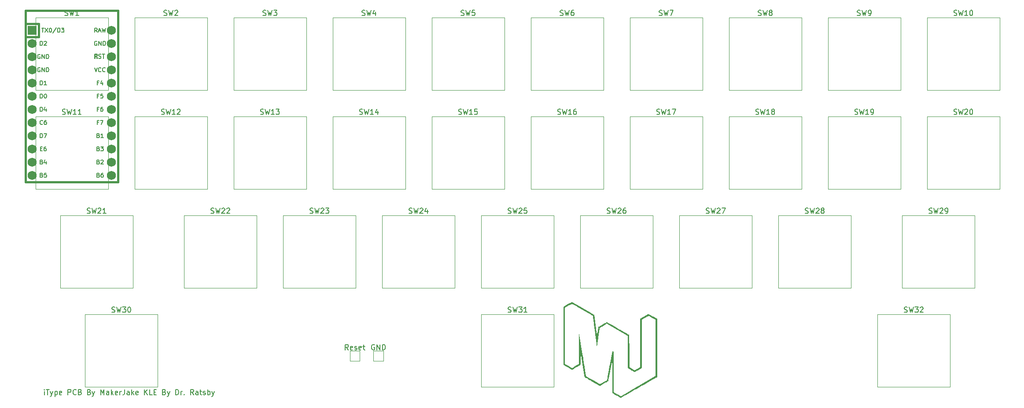
<source format=gbr>
%TF.GenerationSoftware,KiCad,Pcbnew,(6.0.0)*%
%TF.CreationDate,2022-01-08T09:02:27-05:00*%
%TF.ProjectId,iType,69547970-652e-46b6-9963-61645f706362,rev?*%
%TF.SameCoordinates,Original*%
%TF.FileFunction,Legend,Top*%
%TF.FilePolarity,Positive*%
%FSLAX46Y46*%
G04 Gerber Fmt 4.6, Leading zero omitted, Abs format (unit mm)*
G04 Created by KiCad (PCBNEW (6.0.0)) date 2022-01-08 09:02:27*
%MOMM*%
%LPD*%
G01*
G04 APERTURE LIST*
%ADD10C,0.150000*%
%ADD11C,0.120000*%
%ADD12C,0.381000*%
%ADD13R,1.752600X1.752600*%
%ADD14C,1.752600*%
G04 APERTURE END LIST*
D10*
X21790285Y-82112380D02*
X21790285Y-81445714D01*
X21790285Y-81112380D02*
X21742666Y-81160000D01*
X21790285Y-81207619D01*
X21837904Y-81160000D01*
X21790285Y-81112380D01*
X21790285Y-81207619D01*
X22123619Y-81112380D02*
X22695047Y-81112380D01*
X22409333Y-82112380D02*
X22409333Y-81112380D01*
X22933142Y-81445714D02*
X23171238Y-82112380D01*
X23409333Y-81445714D02*
X23171238Y-82112380D01*
X23075999Y-82350476D01*
X23028380Y-82398095D01*
X22933142Y-82445714D01*
X23790285Y-81445714D02*
X23790285Y-82445714D01*
X23790285Y-81493333D02*
X23885523Y-81445714D01*
X24075999Y-81445714D01*
X24171238Y-81493333D01*
X24218857Y-81540952D01*
X24266476Y-81636190D01*
X24266476Y-81921904D01*
X24218857Y-82017142D01*
X24171238Y-82064761D01*
X24075999Y-82112380D01*
X23885523Y-82112380D01*
X23790285Y-82064761D01*
X25075999Y-82064761D02*
X24980761Y-82112380D01*
X24790285Y-82112380D01*
X24695047Y-82064761D01*
X24647428Y-81969523D01*
X24647428Y-81588571D01*
X24695047Y-81493333D01*
X24790285Y-81445714D01*
X24980761Y-81445714D01*
X25075999Y-81493333D01*
X25123619Y-81588571D01*
X25123619Y-81683809D01*
X24647428Y-81779047D01*
X26314095Y-82112380D02*
X26314095Y-81112380D01*
X26695047Y-81112380D01*
X26790285Y-81160000D01*
X26837904Y-81207619D01*
X26885523Y-81302857D01*
X26885523Y-81445714D01*
X26837904Y-81540952D01*
X26790285Y-81588571D01*
X26695047Y-81636190D01*
X26314095Y-81636190D01*
X27885523Y-82017142D02*
X27837904Y-82064761D01*
X27695047Y-82112380D01*
X27599809Y-82112380D01*
X27456952Y-82064761D01*
X27361714Y-81969523D01*
X27314095Y-81874285D01*
X27266476Y-81683809D01*
X27266476Y-81540952D01*
X27314095Y-81350476D01*
X27361714Y-81255238D01*
X27456952Y-81160000D01*
X27599809Y-81112380D01*
X27695047Y-81112380D01*
X27837904Y-81160000D01*
X27885523Y-81207619D01*
X28647428Y-81588571D02*
X28790285Y-81636190D01*
X28837904Y-81683809D01*
X28885523Y-81779047D01*
X28885523Y-81921904D01*
X28837904Y-82017142D01*
X28790285Y-82064761D01*
X28695047Y-82112380D01*
X28314095Y-82112380D01*
X28314095Y-81112380D01*
X28647428Y-81112380D01*
X28742666Y-81160000D01*
X28790285Y-81207619D01*
X28837904Y-81302857D01*
X28837904Y-81398095D01*
X28790285Y-81493333D01*
X28742666Y-81540952D01*
X28647428Y-81588571D01*
X28314095Y-81588571D01*
X30409333Y-81588571D02*
X30552190Y-81636190D01*
X30599809Y-81683809D01*
X30647428Y-81779047D01*
X30647428Y-81921904D01*
X30599809Y-82017142D01*
X30552190Y-82064761D01*
X30456952Y-82112380D01*
X30076000Y-82112380D01*
X30076000Y-81112380D01*
X30409333Y-81112380D01*
X30504571Y-81160000D01*
X30552190Y-81207619D01*
X30599809Y-81302857D01*
X30599809Y-81398095D01*
X30552190Y-81493333D01*
X30504571Y-81540952D01*
X30409333Y-81588571D01*
X30076000Y-81588571D01*
X30980761Y-81445714D02*
X31218857Y-82112380D01*
X31456952Y-81445714D02*
X31218857Y-82112380D01*
X31123619Y-82350476D01*
X31076000Y-82398095D01*
X30980761Y-82445714D01*
X32599809Y-82112380D02*
X32599809Y-81112380D01*
X32933142Y-81826666D01*
X33266476Y-81112380D01*
X33266476Y-82112380D01*
X34171238Y-82112380D02*
X34171238Y-81588571D01*
X34123619Y-81493333D01*
X34028380Y-81445714D01*
X33837904Y-81445714D01*
X33742666Y-81493333D01*
X34171238Y-82064761D02*
X34076000Y-82112380D01*
X33837904Y-82112380D01*
X33742666Y-82064761D01*
X33695047Y-81969523D01*
X33695047Y-81874285D01*
X33742666Y-81779047D01*
X33837904Y-81731428D01*
X34076000Y-81731428D01*
X34171238Y-81683809D01*
X34647428Y-82112380D02*
X34647428Y-81112380D01*
X34742666Y-81731428D02*
X35028380Y-82112380D01*
X35028380Y-81445714D02*
X34647428Y-81826666D01*
X35837904Y-82064761D02*
X35742666Y-82112380D01*
X35552190Y-82112380D01*
X35456952Y-82064761D01*
X35409333Y-81969523D01*
X35409333Y-81588571D01*
X35456952Y-81493333D01*
X35552190Y-81445714D01*
X35742666Y-81445714D01*
X35837904Y-81493333D01*
X35885523Y-81588571D01*
X35885523Y-81683809D01*
X35409333Y-81779047D01*
X36314095Y-82112380D02*
X36314095Y-81445714D01*
X36314095Y-81636190D02*
X36361714Y-81540952D01*
X36409333Y-81493333D01*
X36504571Y-81445714D01*
X36599809Y-81445714D01*
X37218857Y-81112380D02*
X37218857Y-81826666D01*
X37171238Y-81969523D01*
X37076000Y-82064761D01*
X36933142Y-82112380D01*
X36837904Y-82112380D01*
X38123619Y-82112380D02*
X38123619Y-81588571D01*
X38076000Y-81493333D01*
X37980761Y-81445714D01*
X37790285Y-81445714D01*
X37695047Y-81493333D01*
X38123619Y-82064761D02*
X38028380Y-82112380D01*
X37790285Y-82112380D01*
X37695047Y-82064761D01*
X37647428Y-81969523D01*
X37647428Y-81874285D01*
X37695047Y-81779047D01*
X37790285Y-81731428D01*
X38028380Y-81731428D01*
X38123619Y-81683809D01*
X38599809Y-82112380D02*
X38599809Y-81112380D01*
X38695047Y-81731428D02*
X38980761Y-82112380D01*
X38980761Y-81445714D02*
X38599809Y-81826666D01*
X39790285Y-82064761D02*
X39695047Y-82112380D01*
X39504571Y-82112380D01*
X39409333Y-82064761D01*
X39361714Y-81969523D01*
X39361714Y-81588571D01*
X39409333Y-81493333D01*
X39504571Y-81445714D01*
X39695047Y-81445714D01*
X39790285Y-81493333D01*
X39837904Y-81588571D01*
X39837904Y-81683809D01*
X39361714Y-81779047D01*
X41028380Y-82112380D02*
X41028380Y-81112380D01*
X41599809Y-82112380D02*
X41171238Y-81540952D01*
X41599809Y-81112380D02*
X41028380Y-81683809D01*
X42504571Y-82112380D02*
X42028380Y-82112380D01*
X42028380Y-81112380D01*
X42837904Y-81588571D02*
X43171238Y-81588571D01*
X43314095Y-82112380D02*
X42837904Y-82112380D01*
X42837904Y-81112380D01*
X43314095Y-81112380D01*
X44837904Y-81588571D02*
X44980761Y-81636190D01*
X45028380Y-81683809D01*
X45075999Y-81779047D01*
X45075999Y-81921904D01*
X45028380Y-82017142D01*
X44980761Y-82064761D01*
X44885523Y-82112380D01*
X44504571Y-82112380D01*
X44504571Y-81112380D01*
X44837904Y-81112380D01*
X44933142Y-81160000D01*
X44980761Y-81207619D01*
X45028380Y-81302857D01*
X45028380Y-81398095D01*
X44980761Y-81493333D01*
X44933142Y-81540952D01*
X44837904Y-81588571D01*
X44504571Y-81588571D01*
X45409333Y-81445714D02*
X45647428Y-82112380D01*
X45885523Y-81445714D02*
X45647428Y-82112380D01*
X45552190Y-82350476D01*
X45504571Y-82398095D01*
X45409333Y-82445714D01*
X47028380Y-82112380D02*
X47028380Y-81112380D01*
X47266476Y-81112380D01*
X47409333Y-81160000D01*
X47504571Y-81255238D01*
X47552190Y-81350476D01*
X47599809Y-81540952D01*
X47599809Y-81683809D01*
X47552190Y-81874285D01*
X47504571Y-81969523D01*
X47409333Y-82064761D01*
X47266476Y-82112380D01*
X47028380Y-82112380D01*
X48028380Y-82112380D02*
X48028380Y-81445714D01*
X48028380Y-81636190D02*
X48075999Y-81540952D01*
X48123619Y-81493333D01*
X48218857Y-81445714D01*
X48314095Y-81445714D01*
X48647428Y-82017142D02*
X48695047Y-82064761D01*
X48647428Y-82112380D01*
X48599809Y-82064761D01*
X48647428Y-82017142D01*
X48647428Y-82112380D01*
X50456952Y-82112380D02*
X50123619Y-81636190D01*
X49885523Y-82112380D02*
X49885523Y-81112380D01*
X50266476Y-81112380D01*
X50361714Y-81160000D01*
X50409333Y-81207619D01*
X50456952Y-81302857D01*
X50456952Y-81445714D01*
X50409333Y-81540952D01*
X50361714Y-81588571D01*
X50266476Y-81636190D01*
X49885523Y-81636190D01*
X51314095Y-82112380D02*
X51314095Y-81588571D01*
X51266476Y-81493333D01*
X51171238Y-81445714D01*
X50980761Y-81445714D01*
X50885523Y-81493333D01*
X51314095Y-82064761D02*
X51218857Y-82112380D01*
X50980761Y-82112380D01*
X50885523Y-82064761D01*
X50837904Y-81969523D01*
X50837904Y-81874285D01*
X50885523Y-81779047D01*
X50980761Y-81731428D01*
X51218857Y-81731428D01*
X51314095Y-81683809D01*
X51647428Y-81445714D02*
X52028380Y-81445714D01*
X51790285Y-81112380D02*
X51790285Y-81969523D01*
X51837904Y-82064761D01*
X51933142Y-82112380D01*
X52028380Y-82112380D01*
X52314095Y-82064761D02*
X52409333Y-82112380D01*
X52599809Y-82112380D01*
X52695047Y-82064761D01*
X52742666Y-81969523D01*
X52742666Y-81921904D01*
X52695047Y-81826666D01*
X52599809Y-81779047D01*
X52456952Y-81779047D01*
X52361714Y-81731428D01*
X52314095Y-81636190D01*
X52314095Y-81588571D01*
X52361714Y-81493333D01*
X52456952Y-81445714D01*
X52599809Y-81445714D01*
X52695047Y-81493333D01*
X53171238Y-82112380D02*
X53171238Y-81112380D01*
X53171238Y-81493333D02*
X53266476Y-81445714D01*
X53456952Y-81445714D01*
X53552190Y-81493333D01*
X53599809Y-81540952D01*
X53647428Y-81636190D01*
X53647428Y-81921904D01*
X53599809Y-82017142D01*
X53552190Y-82064761D01*
X53456952Y-82112380D01*
X53266476Y-82112380D01*
X53171238Y-82064761D01*
X53980761Y-81445714D02*
X54218857Y-82112380D01*
X54456952Y-81445714D02*
X54218857Y-82112380D01*
X54123619Y-82350476D01*
X54075999Y-82398095D01*
X53980761Y-82445714D01*
%TO.C,SW1*%
X25717666Y-9040761D02*
X25860523Y-9088380D01*
X26098619Y-9088380D01*
X26193857Y-9040761D01*
X26241476Y-8993142D01*
X26289095Y-8897904D01*
X26289095Y-8802666D01*
X26241476Y-8707428D01*
X26193857Y-8659809D01*
X26098619Y-8612190D01*
X25908142Y-8564571D01*
X25812904Y-8516952D01*
X25765285Y-8469333D01*
X25717666Y-8374095D01*
X25717666Y-8278857D01*
X25765285Y-8183619D01*
X25812904Y-8136000D01*
X25908142Y-8088380D01*
X26146238Y-8088380D01*
X26289095Y-8136000D01*
X26622428Y-8088380D02*
X26860523Y-9088380D01*
X27051000Y-8374095D01*
X27241476Y-9088380D01*
X27479571Y-8088380D01*
X28384333Y-9088380D02*
X27812904Y-9088380D01*
X28098619Y-9088380D02*
X28098619Y-8088380D01*
X28003380Y-8231238D01*
X27908142Y-8326476D01*
X27812904Y-8374095D01*
%TO.C,SW8*%
X159067666Y-9040761D02*
X159210523Y-9088380D01*
X159448619Y-9088380D01*
X159543857Y-9040761D01*
X159591476Y-8993142D01*
X159639095Y-8897904D01*
X159639095Y-8802666D01*
X159591476Y-8707428D01*
X159543857Y-8659809D01*
X159448619Y-8612190D01*
X159258142Y-8564571D01*
X159162904Y-8516952D01*
X159115285Y-8469333D01*
X159067666Y-8374095D01*
X159067666Y-8278857D01*
X159115285Y-8183619D01*
X159162904Y-8136000D01*
X159258142Y-8088380D01*
X159496238Y-8088380D01*
X159639095Y-8136000D01*
X159972428Y-8088380D02*
X160210523Y-9088380D01*
X160401000Y-8374095D01*
X160591476Y-9088380D01*
X160829571Y-8088380D01*
X161353380Y-8516952D02*
X161258142Y-8469333D01*
X161210523Y-8421714D01*
X161162904Y-8326476D01*
X161162904Y-8278857D01*
X161210523Y-8183619D01*
X161258142Y-8136000D01*
X161353380Y-8088380D01*
X161543857Y-8088380D01*
X161639095Y-8136000D01*
X161686714Y-8183619D01*
X161734333Y-8278857D01*
X161734333Y-8326476D01*
X161686714Y-8421714D01*
X161639095Y-8469333D01*
X161543857Y-8516952D01*
X161353380Y-8516952D01*
X161258142Y-8564571D01*
X161210523Y-8612190D01*
X161162904Y-8707428D01*
X161162904Y-8897904D01*
X161210523Y-8993142D01*
X161258142Y-9040761D01*
X161353380Y-9088380D01*
X161543857Y-9088380D01*
X161639095Y-9040761D01*
X161686714Y-8993142D01*
X161734333Y-8897904D01*
X161734333Y-8707428D01*
X161686714Y-8612190D01*
X161639095Y-8564571D01*
X161543857Y-8516952D01*
%TO.C,SW27*%
X149066476Y-47140761D02*
X149209333Y-47188380D01*
X149447428Y-47188380D01*
X149542666Y-47140761D01*
X149590285Y-47093142D01*
X149637904Y-46997904D01*
X149637904Y-46902666D01*
X149590285Y-46807428D01*
X149542666Y-46759809D01*
X149447428Y-46712190D01*
X149256952Y-46664571D01*
X149161714Y-46616952D01*
X149114095Y-46569333D01*
X149066476Y-46474095D01*
X149066476Y-46378857D01*
X149114095Y-46283619D01*
X149161714Y-46236000D01*
X149256952Y-46188380D01*
X149495047Y-46188380D01*
X149637904Y-46236000D01*
X149971238Y-46188380D02*
X150209333Y-47188380D01*
X150399809Y-46474095D01*
X150590285Y-47188380D01*
X150828380Y-46188380D01*
X151161714Y-46283619D02*
X151209333Y-46236000D01*
X151304571Y-46188380D01*
X151542666Y-46188380D01*
X151637904Y-46236000D01*
X151685523Y-46283619D01*
X151733142Y-46378857D01*
X151733142Y-46474095D01*
X151685523Y-46616952D01*
X151114095Y-47188380D01*
X151733142Y-47188380D01*
X152066476Y-46188380D02*
X152733142Y-46188380D01*
X152304571Y-47188380D01*
%TO.C,SW9*%
X178117666Y-9040761D02*
X178260523Y-9088380D01*
X178498619Y-9088380D01*
X178593857Y-9040761D01*
X178641476Y-8993142D01*
X178689095Y-8897904D01*
X178689095Y-8802666D01*
X178641476Y-8707428D01*
X178593857Y-8659809D01*
X178498619Y-8612190D01*
X178308142Y-8564571D01*
X178212904Y-8516952D01*
X178165285Y-8469333D01*
X178117666Y-8374095D01*
X178117666Y-8278857D01*
X178165285Y-8183619D01*
X178212904Y-8136000D01*
X178308142Y-8088380D01*
X178546238Y-8088380D01*
X178689095Y-8136000D01*
X179022428Y-8088380D02*
X179260523Y-9088380D01*
X179451000Y-8374095D01*
X179641476Y-9088380D01*
X179879571Y-8088380D01*
X180308142Y-9088380D02*
X180498619Y-9088380D01*
X180593857Y-9040761D01*
X180641476Y-8993142D01*
X180736714Y-8850285D01*
X180784333Y-8659809D01*
X180784333Y-8278857D01*
X180736714Y-8183619D01*
X180689095Y-8136000D01*
X180593857Y-8088380D01*
X180403380Y-8088380D01*
X180308142Y-8136000D01*
X180260523Y-8183619D01*
X180212904Y-8278857D01*
X180212904Y-8516952D01*
X180260523Y-8612190D01*
X180308142Y-8659809D01*
X180403380Y-8707428D01*
X180593857Y-8707428D01*
X180689095Y-8659809D01*
X180736714Y-8612190D01*
X180784333Y-8516952D01*
%TO.C,SW11*%
X25241476Y-28090761D02*
X25384333Y-28138380D01*
X25622428Y-28138380D01*
X25717666Y-28090761D01*
X25765285Y-28043142D01*
X25812904Y-27947904D01*
X25812904Y-27852666D01*
X25765285Y-27757428D01*
X25717666Y-27709809D01*
X25622428Y-27662190D01*
X25431952Y-27614571D01*
X25336714Y-27566952D01*
X25289095Y-27519333D01*
X25241476Y-27424095D01*
X25241476Y-27328857D01*
X25289095Y-27233619D01*
X25336714Y-27186000D01*
X25431952Y-27138380D01*
X25670047Y-27138380D01*
X25812904Y-27186000D01*
X26146238Y-27138380D02*
X26384333Y-28138380D01*
X26574809Y-27424095D01*
X26765285Y-28138380D01*
X27003380Y-27138380D01*
X27908142Y-28138380D02*
X27336714Y-28138380D01*
X27622428Y-28138380D02*
X27622428Y-27138380D01*
X27527190Y-27281238D01*
X27431952Y-27376476D01*
X27336714Y-27424095D01*
X28860523Y-28138380D02*
X28289095Y-28138380D01*
X28574809Y-28138380D02*
X28574809Y-27138380D01*
X28479571Y-27281238D01*
X28384333Y-27376476D01*
X28289095Y-27424095D01*
%TO.C,SW19*%
X177641476Y-28090761D02*
X177784333Y-28138380D01*
X178022428Y-28138380D01*
X178117666Y-28090761D01*
X178165285Y-28043142D01*
X178212904Y-27947904D01*
X178212904Y-27852666D01*
X178165285Y-27757428D01*
X178117666Y-27709809D01*
X178022428Y-27662190D01*
X177831952Y-27614571D01*
X177736714Y-27566952D01*
X177689095Y-27519333D01*
X177641476Y-27424095D01*
X177641476Y-27328857D01*
X177689095Y-27233619D01*
X177736714Y-27186000D01*
X177831952Y-27138380D01*
X178070047Y-27138380D01*
X178212904Y-27186000D01*
X178546238Y-27138380D02*
X178784333Y-28138380D01*
X178974809Y-27424095D01*
X179165285Y-28138380D01*
X179403380Y-27138380D01*
X180308142Y-28138380D02*
X179736714Y-28138380D01*
X180022428Y-28138380D02*
X180022428Y-27138380D01*
X179927190Y-27281238D01*
X179831952Y-27376476D01*
X179736714Y-27424095D01*
X180784333Y-28138380D02*
X180974809Y-28138380D01*
X181070047Y-28090761D01*
X181117666Y-28043142D01*
X181212904Y-27900285D01*
X181260523Y-27709809D01*
X181260523Y-27328857D01*
X181212904Y-27233619D01*
X181165285Y-27186000D01*
X181070047Y-27138380D01*
X180879571Y-27138380D01*
X180784333Y-27186000D01*
X180736714Y-27233619D01*
X180689095Y-27328857D01*
X180689095Y-27566952D01*
X180736714Y-27662190D01*
X180784333Y-27709809D01*
X180879571Y-27757428D01*
X181070047Y-27757428D01*
X181165285Y-27709809D01*
X181212904Y-27662190D01*
X181260523Y-27566952D01*
%TO.C,U1*%
X20964523Y-32616904D02*
X20964523Y-31816904D01*
X21155000Y-31816904D01*
X21269285Y-31855000D01*
X21345476Y-31931190D01*
X21383571Y-32007380D01*
X21421666Y-32159761D01*
X21421666Y-32274047D01*
X21383571Y-32426428D01*
X21345476Y-32502619D01*
X21269285Y-32578809D01*
X21155000Y-32616904D01*
X20964523Y-32616904D01*
X21688333Y-31816904D02*
X22221666Y-31816904D01*
X21878809Y-32616904D01*
X21231190Y-37277857D02*
X21345476Y-37315952D01*
X21383571Y-37354047D01*
X21421666Y-37430238D01*
X21421666Y-37544523D01*
X21383571Y-37620714D01*
X21345476Y-37658809D01*
X21269285Y-37696904D01*
X20964523Y-37696904D01*
X20964523Y-36896904D01*
X21231190Y-36896904D01*
X21307380Y-36935000D01*
X21345476Y-36973095D01*
X21383571Y-37049285D01*
X21383571Y-37125476D01*
X21345476Y-37201666D01*
X21307380Y-37239761D01*
X21231190Y-37277857D01*
X20964523Y-37277857D01*
X22107380Y-37163571D02*
X22107380Y-37696904D01*
X21916904Y-36858809D02*
X21726428Y-37430238D01*
X22221666Y-37430238D01*
X21231190Y-39817857D02*
X21345476Y-39855952D01*
X21383571Y-39894047D01*
X21421666Y-39970238D01*
X21421666Y-40084523D01*
X21383571Y-40160714D01*
X21345476Y-40198809D01*
X21269285Y-40236904D01*
X20964523Y-40236904D01*
X20964523Y-39436904D01*
X21231190Y-39436904D01*
X21307380Y-39475000D01*
X21345476Y-39513095D01*
X21383571Y-39589285D01*
X21383571Y-39665476D01*
X21345476Y-39741666D01*
X21307380Y-39779761D01*
X21231190Y-39817857D01*
X20964523Y-39817857D01*
X22145476Y-39436904D02*
X21764523Y-39436904D01*
X21726428Y-39817857D01*
X21764523Y-39779761D01*
X21840714Y-39741666D01*
X22031190Y-39741666D01*
X22107380Y-39779761D01*
X22145476Y-39817857D01*
X22183571Y-39894047D01*
X22183571Y-40084523D01*
X22145476Y-40160714D01*
X22107380Y-40198809D01*
X22031190Y-40236904D01*
X21840714Y-40236904D01*
X21764523Y-40198809D01*
X21726428Y-40160714D01*
X21002619Y-34737857D02*
X21269285Y-34737857D01*
X21383571Y-35156904D02*
X21002619Y-35156904D01*
X21002619Y-34356904D01*
X21383571Y-34356904D01*
X22069285Y-34356904D02*
X21916904Y-34356904D01*
X21840714Y-34395000D01*
X21802619Y-34433095D01*
X21726428Y-34547380D01*
X21688333Y-34699761D01*
X21688333Y-35004523D01*
X21726428Y-35080714D01*
X21764523Y-35118809D01*
X21840714Y-35156904D01*
X21993095Y-35156904D01*
X22069285Y-35118809D01*
X22107380Y-35080714D01*
X22145476Y-35004523D01*
X22145476Y-34814047D01*
X22107380Y-34737857D01*
X22069285Y-34699761D01*
X21993095Y-34661666D01*
X21840714Y-34661666D01*
X21764523Y-34699761D01*
X21726428Y-34737857D01*
X21688333Y-34814047D01*
X20964523Y-27536904D02*
X20964523Y-26736904D01*
X21155000Y-26736904D01*
X21269285Y-26775000D01*
X21345476Y-26851190D01*
X21383571Y-26927380D01*
X21421666Y-27079761D01*
X21421666Y-27194047D01*
X21383571Y-27346428D01*
X21345476Y-27422619D01*
X21269285Y-27498809D01*
X21155000Y-27536904D01*
X20964523Y-27536904D01*
X22107380Y-27003571D02*
X22107380Y-27536904D01*
X21916904Y-26698809D02*
X21726428Y-27270238D01*
X22221666Y-27270238D01*
X21253651Y-11496904D02*
X21710794Y-11496904D01*
X21482223Y-12296904D02*
X21482223Y-11496904D01*
X21901270Y-11496904D02*
X22434604Y-12296904D01*
X22434604Y-11496904D02*
X21901270Y-12296904D01*
X22891747Y-11496904D02*
X22967937Y-11496904D01*
X23044128Y-11535000D01*
X23082223Y-11573095D01*
X23120318Y-11649285D01*
X23158413Y-11801666D01*
X23158413Y-11992142D01*
X23120318Y-12144523D01*
X23082223Y-12220714D01*
X23044128Y-12258809D01*
X22967937Y-12296904D01*
X22891747Y-12296904D01*
X22815556Y-12258809D01*
X22777461Y-12220714D01*
X22739366Y-12144523D01*
X22701270Y-11992142D01*
X22701270Y-11801666D01*
X22739366Y-11649285D01*
X22777461Y-11573095D01*
X22815556Y-11535000D01*
X22891747Y-11496904D01*
X24072699Y-11458809D02*
X23386985Y-12487380D01*
X24339366Y-12296904D02*
X24339366Y-11496904D01*
X24529842Y-11496904D01*
X24644128Y-11535000D01*
X24720318Y-11611190D01*
X24758413Y-11687380D01*
X24796508Y-11839761D01*
X24796508Y-11954047D01*
X24758413Y-12106428D01*
X24720318Y-12182619D01*
X24644128Y-12258809D01*
X24529842Y-12296904D01*
X24339366Y-12296904D01*
X25063175Y-11496904D02*
X25558413Y-11496904D01*
X25291747Y-11801666D01*
X25406032Y-11801666D01*
X25482223Y-11839761D01*
X25520318Y-11877857D01*
X25558413Y-11954047D01*
X25558413Y-12144523D01*
X25520318Y-12220714D01*
X25482223Y-12258809D01*
X25406032Y-12296904D01*
X25177461Y-12296904D01*
X25101270Y-12258809D01*
X25063175Y-12220714D01*
X20964523Y-22456904D02*
X20964523Y-21656904D01*
X21155000Y-21656904D01*
X21269285Y-21695000D01*
X21345476Y-21771190D01*
X21383571Y-21847380D01*
X21421666Y-21999761D01*
X21421666Y-22114047D01*
X21383571Y-22266428D01*
X21345476Y-22342619D01*
X21269285Y-22418809D01*
X21155000Y-22456904D01*
X20964523Y-22456904D01*
X22183571Y-22456904D02*
X21726428Y-22456904D01*
X21955000Y-22456904D02*
X21955000Y-21656904D01*
X21878809Y-21771190D01*
X21802619Y-21847380D01*
X21726428Y-21885476D01*
X32153190Y-32197857D02*
X32267476Y-32235952D01*
X32305571Y-32274047D01*
X32343666Y-32350238D01*
X32343666Y-32464523D01*
X32305571Y-32540714D01*
X32267476Y-32578809D01*
X32191285Y-32616904D01*
X31886523Y-32616904D01*
X31886523Y-31816904D01*
X32153190Y-31816904D01*
X32229380Y-31855000D01*
X32267476Y-31893095D01*
X32305571Y-31969285D01*
X32305571Y-32045476D01*
X32267476Y-32121666D01*
X32229380Y-32159761D01*
X32153190Y-32197857D01*
X31886523Y-32197857D01*
X33105571Y-32616904D02*
X32648428Y-32616904D01*
X32877000Y-32616904D02*
X32877000Y-31816904D01*
X32800809Y-31931190D01*
X32724619Y-32007380D01*
X32648428Y-32045476D01*
X20964523Y-24996904D02*
X20964523Y-24196904D01*
X21155000Y-24196904D01*
X21269285Y-24235000D01*
X21345476Y-24311190D01*
X21383571Y-24387380D01*
X21421666Y-24539761D01*
X21421666Y-24654047D01*
X21383571Y-24806428D01*
X21345476Y-24882619D01*
X21269285Y-24958809D01*
X21155000Y-24996904D01*
X20964523Y-24996904D01*
X21916904Y-24196904D02*
X21993095Y-24196904D01*
X22069285Y-24235000D01*
X22107380Y-24273095D01*
X22145476Y-24349285D01*
X22183571Y-24501666D01*
X22183571Y-24692142D01*
X22145476Y-24844523D01*
X22107380Y-24920714D01*
X22069285Y-24958809D01*
X21993095Y-24996904D01*
X21916904Y-24996904D01*
X21840714Y-24958809D01*
X21802619Y-24920714D01*
X21764523Y-24844523D01*
X21726428Y-24692142D01*
X21726428Y-24501666D01*
X21764523Y-24349285D01*
X21802619Y-24273095D01*
X21840714Y-24235000D01*
X21916904Y-24196904D01*
X31867476Y-14075000D02*
X31791285Y-14036904D01*
X31677000Y-14036904D01*
X31562714Y-14075000D01*
X31486523Y-14151190D01*
X31448428Y-14227380D01*
X31410333Y-14379761D01*
X31410333Y-14494047D01*
X31448428Y-14646428D01*
X31486523Y-14722619D01*
X31562714Y-14798809D01*
X31677000Y-14836904D01*
X31753190Y-14836904D01*
X31867476Y-14798809D01*
X31905571Y-14760714D01*
X31905571Y-14494047D01*
X31753190Y-14494047D01*
X32248428Y-14836904D02*
X32248428Y-14036904D01*
X32705571Y-14836904D01*
X32705571Y-14036904D01*
X33086523Y-14836904D02*
X33086523Y-14036904D01*
X33277000Y-14036904D01*
X33391285Y-14075000D01*
X33467476Y-14151190D01*
X33505571Y-14227380D01*
X33543666Y-14379761D01*
X33543666Y-14494047D01*
X33505571Y-14646428D01*
X33467476Y-14722619D01*
X33391285Y-14798809D01*
X33277000Y-14836904D01*
X33086523Y-14836904D01*
X20945476Y-19155000D02*
X20869285Y-19116904D01*
X20755000Y-19116904D01*
X20640714Y-19155000D01*
X20564523Y-19231190D01*
X20526428Y-19307380D01*
X20488333Y-19459761D01*
X20488333Y-19574047D01*
X20526428Y-19726428D01*
X20564523Y-19802619D01*
X20640714Y-19878809D01*
X20755000Y-19916904D01*
X20831190Y-19916904D01*
X20945476Y-19878809D01*
X20983571Y-19840714D01*
X20983571Y-19574047D01*
X20831190Y-19574047D01*
X21326428Y-19916904D02*
X21326428Y-19116904D01*
X21783571Y-19916904D01*
X21783571Y-19116904D01*
X22164523Y-19916904D02*
X22164523Y-19116904D01*
X22355000Y-19116904D01*
X22469285Y-19155000D01*
X22545476Y-19231190D01*
X22583571Y-19307380D01*
X22621666Y-19459761D01*
X22621666Y-19574047D01*
X22583571Y-19726428D01*
X22545476Y-19802619D01*
X22469285Y-19878809D01*
X22355000Y-19916904D01*
X22164523Y-19916904D01*
X32210333Y-22037857D02*
X31943666Y-22037857D01*
X31943666Y-22456904D02*
X31943666Y-21656904D01*
X32324619Y-21656904D01*
X32972238Y-21923571D02*
X32972238Y-22456904D01*
X32781761Y-21618809D02*
X32591285Y-22190238D01*
X33086523Y-22190238D01*
X31924619Y-12296904D02*
X31657952Y-11915952D01*
X31467476Y-12296904D02*
X31467476Y-11496904D01*
X31772238Y-11496904D01*
X31848428Y-11535000D01*
X31886523Y-11573095D01*
X31924619Y-11649285D01*
X31924619Y-11763571D01*
X31886523Y-11839761D01*
X31848428Y-11877857D01*
X31772238Y-11915952D01*
X31467476Y-11915952D01*
X32229380Y-12068333D02*
X32610333Y-12068333D01*
X32153190Y-12296904D02*
X32419857Y-11496904D01*
X32686523Y-12296904D01*
X32877000Y-11496904D02*
X33067476Y-12296904D01*
X33219857Y-11725476D01*
X33372238Y-12296904D01*
X33562714Y-11496904D01*
X32153190Y-37277857D02*
X32267476Y-37315952D01*
X32305571Y-37354047D01*
X32343666Y-37430238D01*
X32343666Y-37544523D01*
X32305571Y-37620714D01*
X32267476Y-37658809D01*
X32191285Y-37696904D01*
X31886523Y-37696904D01*
X31886523Y-36896904D01*
X32153190Y-36896904D01*
X32229380Y-36935000D01*
X32267476Y-36973095D01*
X32305571Y-37049285D01*
X32305571Y-37125476D01*
X32267476Y-37201666D01*
X32229380Y-37239761D01*
X32153190Y-37277857D01*
X31886523Y-37277857D01*
X32648428Y-36973095D02*
X32686523Y-36935000D01*
X32762714Y-36896904D01*
X32953190Y-36896904D01*
X33029380Y-36935000D01*
X33067476Y-36973095D01*
X33105571Y-37049285D01*
X33105571Y-37125476D01*
X33067476Y-37239761D01*
X32610333Y-37696904D01*
X33105571Y-37696904D01*
X32215786Y-17308809D02*
X32330072Y-17346904D01*
X32520548Y-17346904D01*
X32596739Y-17308809D01*
X32634834Y-17270714D01*
X32672929Y-17194523D01*
X32672929Y-17118333D01*
X32634834Y-17042142D01*
X32596739Y-17004047D01*
X32520548Y-16965952D01*
X32368167Y-16927857D01*
X32291977Y-16889761D01*
X32253881Y-16851666D01*
X32215786Y-16775476D01*
X32215786Y-16699285D01*
X32253881Y-16623095D01*
X32291977Y-16585000D01*
X32368167Y-16546904D01*
X32558643Y-16546904D01*
X32672929Y-16585000D01*
X32901500Y-16546904D02*
X33358643Y-16546904D01*
X33130072Y-17346904D02*
X33130072Y-16546904D01*
X32210333Y-27117857D02*
X31943666Y-27117857D01*
X31943666Y-27536904D02*
X31943666Y-26736904D01*
X32324619Y-26736904D01*
X32972238Y-26736904D02*
X32819857Y-26736904D01*
X32743666Y-26775000D01*
X32705571Y-26813095D01*
X32629380Y-26927380D01*
X32591285Y-27079761D01*
X32591285Y-27384523D01*
X32629380Y-27460714D01*
X32667476Y-27498809D01*
X32743666Y-27536904D01*
X32896047Y-27536904D01*
X32972238Y-27498809D01*
X33010333Y-27460714D01*
X33048428Y-27384523D01*
X33048428Y-27194047D01*
X33010333Y-27117857D01*
X32972238Y-27079761D01*
X32896047Y-27041666D01*
X32743666Y-27041666D01*
X32667476Y-27079761D01*
X32629380Y-27117857D01*
X32591285Y-27194047D01*
X20964523Y-14836904D02*
X20964523Y-14036904D01*
X21155000Y-14036904D01*
X21269285Y-14075000D01*
X21345476Y-14151190D01*
X21383571Y-14227380D01*
X21421666Y-14379761D01*
X21421666Y-14494047D01*
X21383571Y-14646428D01*
X21345476Y-14722619D01*
X21269285Y-14798809D01*
X21155000Y-14836904D01*
X20964523Y-14836904D01*
X21726428Y-14113095D02*
X21764523Y-14075000D01*
X21840714Y-14036904D01*
X22031190Y-14036904D01*
X22107380Y-14075000D01*
X22145476Y-14113095D01*
X22183571Y-14189285D01*
X22183571Y-14265476D01*
X22145476Y-14379761D01*
X21688333Y-14836904D01*
X22183571Y-14836904D01*
X32153190Y-39817857D02*
X32267476Y-39855952D01*
X32305571Y-39894047D01*
X32343666Y-39970238D01*
X32343666Y-40084523D01*
X32305571Y-40160714D01*
X32267476Y-40198809D01*
X32191285Y-40236904D01*
X31886523Y-40236904D01*
X31886523Y-39436904D01*
X32153190Y-39436904D01*
X32229380Y-39475000D01*
X32267476Y-39513095D01*
X32305571Y-39589285D01*
X32305571Y-39665476D01*
X32267476Y-39741666D01*
X32229380Y-39779761D01*
X32153190Y-39817857D01*
X31886523Y-39817857D01*
X33029380Y-39436904D02*
X32877000Y-39436904D01*
X32800809Y-39475000D01*
X32762714Y-39513095D01*
X32686523Y-39627380D01*
X32648428Y-39779761D01*
X32648428Y-40084523D01*
X32686523Y-40160714D01*
X32724619Y-40198809D01*
X32800809Y-40236904D01*
X32953190Y-40236904D01*
X33029380Y-40198809D01*
X33067476Y-40160714D01*
X33105571Y-40084523D01*
X33105571Y-39894047D01*
X33067476Y-39817857D01*
X33029380Y-39779761D01*
X32953190Y-39741666D01*
X32800809Y-39741666D01*
X32724619Y-39779761D01*
X32686523Y-39817857D01*
X32648428Y-39894047D01*
X32210333Y-29657857D02*
X31943666Y-29657857D01*
X31943666Y-30076904D02*
X31943666Y-29276904D01*
X32324619Y-29276904D01*
X32553190Y-29276904D02*
X33086523Y-29276904D01*
X32743666Y-30076904D01*
X32153190Y-34737857D02*
X32267476Y-34775952D01*
X32305571Y-34814047D01*
X32343666Y-34890238D01*
X32343666Y-35004523D01*
X32305571Y-35080714D01*
X32267476Y-35118809D01*
X32191285Y-35156904D01*
X31886523Y-35156904D01*
X31886523Y-34356904D01*
X32153190Y-34356904D01*
X32229380Y-34395000D01*
X32267476Y-34433095D01*
X32305571Y-34509285D01*
X32305571Y-34585476D01*
X32267476Y-34661666D01*
X32229380Y-34699761D01*
X32153190Y-34737857D01*
X31886523Y-34737857D01*
X32610333Y-34356904D02*
X33105571Y-34356904D01*
X32838904Y-34661666D01*
X32953190Y-34661666D01*
X33029380Y-34699761D01*
X33067476Y-34737857D01*
X33105571Y-34814047D01*
X33105571Y-35004523D01*
X33067476Y-35080714D01*
X33029380Y-35118809D01*
X32953190Y-35156904D01*
X32724619Y-35156904D01*
X32648428Y-35118809D01*
X32610333Y-35080714D01*
X32210333Y-24577857D02*
X31943666Y-24577857D01*
X31943666Y-24996904D02*
X31943666Y-24196904D01*
X32324619Y-24196904D01*
X33010333Y-24196904D02*
X32629380Y-24196904D01*
X32591285Y-24577857D01*
X32629380Y-24539761D01*
X32705571Y-24501666D01*
X32896047Y-24501666D01*
X32972238Y-24539761D01*
X33010333Y-24577857D01*
X33048428Y-24654047D01*
X33048428Y-24844523D01*
X33010333Y-24920714D01*
X32972238Y-24958809D01*
X32896047Y-24996904D01*
X32705571Y-24996904D01*
X32629380Y-24958809D01*
X32591285Y-24920714D01*
X31410333Y-19116904D02*
X31677000Y-19916904D01*
X31943666Y-19116904D01*
X32667476Y-19840714D02*
X32629380Y-19878809D01*
X32515095Y-19916904D01*
X32438904Y-19916904D01*
X32324619Y-19878809D01*
X32248428Y-19802619D01*
X32210333Y-19726428D01*
X32172238Y-19574047D01*
X32172238Y-19459761D01*
X32210333Y-19307380D01*
X32248428Y-19231190D01*
X32324619Y-19155000D01*
X32438904Y-19116904D01*
X32515095Y-19116904D01*
X32629380Y-19155000D01*
X32667476Y-19193095D01*
X33467476Y-19840714D02*
X33429380Y-19878809D01*
X33315095Y-19916904D01*
X33238904Y-19916904D01*
X33124619Y-19878809D01*
X33048428Y-19802619D01*
X33010333Y-19726428D01*
X32972238Y-19574047D01*
X32972238Y-19459761D01*
X33010333Y-19307380D01*
X33048428Y-19231190D01*
X33124619Y-19155000D01*
X33238904Y-19116904D01*
X33315095Y-19116904D01*
X33429380Y-19155000D01*
X33467476Y-19193095D01*
X21421666Y-30000714D02*
X21383571Y-30038809D01*
X21269285Y-30076904D01*
X21193095Y-30076904D01*
X21078809Y-30038809D01*
X21002619Y-29962619D01*
X20964523Y-29886428D01*
X20926428Y-29734047D01*
X20926428Y-29619761D01*
X20964523Y-29467380D01*
X21002619Y-29391190D01*
X21078809Y-29315000D01*
X21193095Y-29276904D01*
X21269285Y-29276904D01*
X21383571Y-29315000D01*
X21421666Y-29353095D01*
X22107380Y-29276904D02*
X21955000Y-29276904D01*
X21878809Y-29315000D01*
X21840714Y-29353095D01*
X21764523Y-29467380D01*
X21726428Y-29619761D01*
X21726428Y-29924523D01*
X21764523Y-30000714D01*
X21802619Y-30038809D01*
X21878809Y-30076904D01*
X22031190Y-30076904D01*
X22107380Y-30038809D01*
X22145476Y-30000714D01*
X22183571Y-29924523D01*
X22183571Y-29734047D01*
X22145476Y-29657857D01*
X22107380Y-29619761D01*
X22031190Y-29581666D01*
X21878809Y-29581666D01*
X21802619Y-29619761D01*
X21764523Y-29657857D01*
X21726428Y-29734047D01*
X20945476Y-16615000D02*
X20869285Y-16576904D01*
X20755000Y-16576904D01*
X20640714Y-16615000D01*
X20564523Y-16691190D01*
X20526428Y-16767380D01*
X20488333Y-16919761D01*
X20488333Y-17034047D01*
X20526428Y-17186428D01*
X20564523Y-17262619D01*
X20640714Y-17338809D01*
X20755000Y-17376904D01*
X20831190Y-17376904D01*
X20945476Y-17338809D01*
X20983571Y-17300714D01*
X20983571Y-17034047D01*
X20831190Y-17034047D01*
X21326428Y-17376904D02*
X21326428Y-16576904D01*
X21783571Y-17376904D01*
X21783571Y-16576904D01*
X22164523Y-17376904D02*
X22164523Y-16576904D01*
X22355000Y-16576904D01*
X22469285Y-16615000D01*
X22545476Y-16691190D01*
X22583571Y-16767380D01*
X22621666Y-16919761D01*
X22621666Y-17034047D01*
X22583571Y-17186428D01*
X22545476Y-17262619D01*
X22469285Y-17338809D01*
X22355000Y-17376904D01*
X22164523Y-17376904D01*
%TO.C,SW17*%
X139541476Y-28090761D02*
X139684333Y-28138380D01*
X139922428Y-28138380D01*
X140017666Y-28090761D01*
X140065285Y-28043142D01*
X140112904Y-27947904D01*
X140112904Y-27852666D01*
X140065285Y-27757428D01*
X140017666Y-27709809D01*
X139922428Y-27662190D01*
X139731952Y-27614571D01*
X139636714Y-27566952D01*
X139589095Y-27519333D01*
X139541476Y-27424095D01*
X139541476Y-27328857D01*
X139589095Y-27233619D01*
X139636714Y-27186000D01*
X139731952Y-27138380D01*
X139970047Y-27138380D01*
X140112904Y-27186000D01*
X140446238Y-27138380D02*
X140684333Y-28138380D01*
X140874809Y-27424095D01*
X141065285Y-28138380D01*
X141303380Y-27138380D01*
X142208142Y-28138380D02*
X141636714Y-28138380D01*
X141922428Y-28138380D02*
X141922428Y-27138380D01*
X141827190Y-27281238D01*
X141731952Y-27376476D01*
X141636714Y-27424095D01*
X142541476Y-27138380D02*
X143208142Y-27138380D01*
X142779571Y-28138380D01*
%TO.C,SW26*%
X130016476Y-47140761D02*
X130159333Y-47188380D01*
X130397428Y-47188380D01*
X130492666Y-47140761D01*
X130540285Y-47093142D01*
X130587904Y-46997904D01*
X130587904Y-46902666D01*
X130540285Y-46807428D01*
X130492666Y-46759809D01*
X130397428Y-46712190D01*
X130206952Y-46664571D01*
X130111714Y-46616952D01*
X130064095Y-46569333D01*
X130016476Y-46474095D01*
X130016476Y-46378857D01*
X130064095Y-46283619D01*
X130111714Y-46236000D01*
X130206952Y-46188380D01*
X130445047Y-46188380D01*
X130587904Y-46236000D01*
X130921238Y-46188380D02*
X131159333Y-47188380D01*
X131349809Y-46474095D01*
X131540285Y-47188380D01*
X131778380Y-46188380D01*
X132111714Y-46283619D02*
X132159333Y-46236000D01*
X132254571Y-46188380D01*
X132492666Y-46188380D01*
X132587904Y-46236000D01*
X132635523Y-46283619D01*
X132683142Y-46378857D01*
X132683142Y-46474095D01*
X132635523Y-46616952D01*
X132064095Y-47188380D01*
X132683142Y-47188380D01*
X133540285Y-46188380D02*
X133349809Y-46188380D01*
X133254571Y-46236000D01*
X133206952Y-46283619D01*
X133111714Y-46426476D01*
X133064095Y-46616952D01*
X133064095Y-46997904D01*
X133111714Y-47093142D01*
X133159333Y-47140761D01*
X133254571Y-47188380D01*
X133445047Y-47188380D01*
X133540285Y-47140761D01*
X133587904Y-47093142D01*
X133635523Y-46997904D01*
X133635523Y-46759809D01*
X133587904Y-46664571D01*
X133540285Y-46616952D01*
X133445047Y-46569333D01*
X133254571Y-46569333D01*
X133159333Y-46616952D01*
X133111714Y-46664571D01*
X133064095Y-46759809D01*
%TO.C,SW14*%
X82391476Y-28090761D02*
X82534333Y-28138380D01*
X82772428Y-28138380D01*
X82867666Y-28090761D01*
X82915285Y-28043142D01*
X82962904Y-27947904D01*
X82962904Y-27852666D01*
X82915285Y-27757428D01*
X82867666Y-27709809D01*
X82772428Y-27662190D01*
X82581952Y-27614571D01*
X82486714Y-27566952D01*
X82439095Y-27519333D01*
X82391476Y-27424095D01*
X82391476Y-27328857D01*
X82439095Y-27233619D01*
X82486714Y-27186000D01*
X82581952Y-27138380D01*
X82820047Y-27138380D01*
X82962904Y-27186000D01*
X83296238Y-27138380D02*
X83534333Y-28138380D01*
X83724809Y-27424095D01*
X83915285Y-28138380D01*
X84153380Y-27138380D01*
X85058142Y-28138380D02*
X84486714Y-28138380D01*
X84772428Y-28138380D02*
X84772428Y-27138380D01*
X84677190Y-27281238D01*
X84581952Y-27376476D01*
X84486714Y-27424095D01*
X85915285Y-27471714D02*
X85915285Y-28138380D01*
X85677190Y-27090761D02*
X85439095Y-27805047D01*
X86058142Y-27805047D01*
%TO.C,SW29*%
X191928976Y-47140761D02*
X192071833Y-47188380D01*
X192309928Y-47188380D01*
X192405166Y-47140761D01*
X192452785Y-47093142D01*
X192500404Y-46997904D01*
X192500404Y-46902666D01*
X192452785Y-46807428D01*
X192405166Y-46759809D01*
X192309928Y-46712190D01*
X192119452Y-46664571D01*
X192024214Y-46616952D01*
X191976595Y-46569333D01*
X191928976Y-46474095D01*
X191928976Y-46378857D01*
X191976595Y-46283619D01*
X192024214Y-46236000D01*
X192119452Y-46188380D01*
X192357547Y-46188380D01*
X192500404Y-46236000D01*
X192833738Y-46188380D02*
X193071833Y-47188380D01*
X193262309Y-46474095D01*
X193452785Y-47188380D01*
X193690880Y-46188380D01*
X194024214Y-46283619D02*
X194071833Y-46236000D01*
X194167071Y-46188380D01*
X194405166Y-46188380D01*
X194500404Y-46236000D01*
X194548023Y-46283619D01*
X194595642Y-46378857D01*
X194595642Y-46474095D01*
X194548023Y-46616952D01*
X193976595Y-47188380D01*
X194595642Y-47188380D01*
X195071833Y-47188380D02*
X195262309Y-47188380D01*
X195357547Y-47140761D01*
X195405166Y-47093142D01*
X195500404Y-46950285D01*
X195548023Y-46759809D01*
X195548023Y-46378857D01*
X195500404Y-46283619D01*
X195452785Y-46236000D01*
X195357547Y-46188380D01*
X195167071Y-46188380D01*
X195071833Y-46236000D01*
X195024214Y-46283619D01*
X194976595Y-46378857D01*
X194976595Y-46616952D01*
X195024214Y-46712190D01*
X195071833Y-46759809D01*
X195167071Y-46807428D01*
X195357547Y-46807428D01*
X195452785Y-46759809D01*
X195500404Y-46712190D01*
X195548023Y-46616952D01*
%TO.C,SW6*%
X120967666Y-9040761D02*
X121110523Y-9088380D01*
X121348619Y-9088380D01*
X121443857Y-9040761D01*
X121491476Y-8993142D01*
X121539095Y-8897904D01*
X121539095Y-8802666D01*
X121491476Y-8707428D01*
X121443857Y-8659809D01*
X121348619Y-8612190D01*
X121158142Y-8564571D01*
X121062904Y-8516952D01*
X121015285Y-8469333D01*
X120967666Y-8374095D01*
X120967666Y-8278857D01*
X121015285Y-8183619D01*
X121062904Y-8136000D01*
X121158142Y-8088380D01*
X121396238Y-8088380D01*
X121539095Y-8136000D01*
X121872428Y-8088380D02*
X122110523Y-9088380D01*
X122301000Y-8374095D01*
X122491476Y-9088380D01*
X122729571Y-8088380D01*
X123539095Y-8088380D02*
X123348619Y-8088380D01*
X123253380Y-8136000D01*
X123205761Y-8183619D01*
X123110523Y-8326476D01*
X123062904Y-8516952D01*
X123062904Y-8897904D01*
X123110523Y-8993142D01*
X123158142Y-9040761D01*
X123253380Y-9088380D01*
X123443857Y-9088380D01*
X123539095Y-9040761D01*
X123586714Y-8993142D01*
X123634333Y-8897904D01*
X123634333Y-8659809D01*
X123586714Y-8564571D01*
X123539095Y-8516952D01*
X123443857Y-8469333D01*
X123253380Y-8469333D01*
X123158142Y-8516952D01*
X123110523Y-8564571D01*
X123062904Y-8659809D01*
%TO.C,SW24*%
X91916476Y-47140761D02*
X92059333Y-47188380D01*
X92297428Y-47188380D01*
X92392666Y-47140761D01*
X92440285Y-47093142D01*
X92487904Y-46997904D01*
X92487904Y-46902666D01*
X92440285Y-46807428D01*
X92392666Y-46759809D01*
X92297428Y-46712190D01*
X92106952Y-46664571D01*
X92011714Y-46616952D01*
X91964095Y-46569333D01*
X91916476Y-46474095D01*
X91916476Y-46378857D01*
X91964095Y-46283619D01*
X92011714Y-46236000D01*
X92106952Y-46188380D01*
X92345047Y-46188380D01*
X92487904Y-46236000D01*
X92821238Y-46188380D02*
X93059333Y-47188380D01*
X93249809Y-46474095D01*
X93440285Y-47188380D01*
X93678380Y-46188380D01*
X94011714Y-46283619D02*
X94059333Y-46236000D01*
X94154571Y-46188380D01*
X94392666Y-46188380D01*
X94487904Y-46236000D01*
X94535523Y-46283619D01*
X94583142Y-46378857D01*
X94583142Y-46474095D01*
X94535523Y-46616952D01*
X93964095Y-47188380D01*
X94583142Y-47188380D01*
X95440285Y-46521714D02*
X95440285Y-47188380D01*
X95202190Y-46140761D02*
X94964095Y-46855047D01*
X95583142Y-46855047D01*
%TO.C,SW28*%
X168116476Y-47140761D02*
X168259333Y-47188380D01*
X168497428Y-47188380D01*
X168592666Y-47140761D01*
X168640285Y-47093142D01*
X168687904Y-46997904D01*
X168687904Y-46902666D01*
X168640285Y-46807428D01*
X168592666Y-46759809D01*
X168497428Y-46712190D01*
X168306952Y-46664571D01*
X168211714Y-46616952D01*
X168164095Y-46569333D01*
X168116476Y-46474095D01*
X168116476Y-46378857D01*
X168164095Y-46283619D01*
X168211714Y-46236000D01*
X168306952Y-46188380D01*
X168545047Y-46188380D01*
X168687904Y-46236000D01*
X169021238Y-46188380D02*
X169259333Y-47188380D01*
X169449809Y-46474095D01*
X169640285Y-47188380D01*
X169878380Y-46188380D01*
X170211714Y-46283619D02*
X170259333Y-46236000D01*
X170354571Y-46188380D01*
X170592666Y-46188380D01*
X170687904Y-46236000D01*
X170735523Y-46283619D01*
X170783142Y-46378857D01*
X170783142Y-46474095D01*
X170735523Y-46616952D01*
X170164095Y-47188380D01*
X170783142Y-47188380D01*
X171354571Y-46616952D02*
X171259333Y-46569333D01*
X171211714Y-46521714D01*
X171164095Y-46426476D01*
X171164095Y-46378857D01*
X171211714Y-46283619D01*
X171259333Y-46236000D01*
X171354571Y-46188380D01*
X171545047Y-46188380D01*
X171640285Y-46236000D01*
X171687904Y-46283619D01*
X171735523Y-46378857D01*
X171735523Y-46426476D01*
X171687904Y-46521714D01*
X171640285Y-46569333D01*
X171545047Y-46616952D01*
X171354571Y-46616952D01*
X171259333Y-46664571D01*
X171211714Y-46712190D01*
X171164095Y-46807428D01*
X171164095Y-46997904D01*
X171211714Y-47093142D01*
X171259333Y-47140761D01*
X171354571Y-47188380D01*
X171545047Y-47188380D01*
X171640285Y-47140761D01*
X171687904Y-47093142D01*
X171735523Y-46997904D01*
X171735523Y-46807428D01*
X171687904Y-46712190D01*
X171640285Y-46664571D01*
X171545047Y-46616952D01*
%TO.C,SW4*%
X82867666Y-9040761D02*
X83010523Y-9088380D01*
X83248619Y-9088380D01*
X83343857Y-9040761D01*
X83391476Y-8993142D01*
X83439095Y-8897904D01*
X83439095Y-8802666D01*
X83391476Y-8707428D01*
X83343857Y-8659809D01*
X83248619Y-8612190D01*
X83058142Y-8564571D01*
X82962904Y-8516952D01*
X82915285Y-8469333D01*
X82867666Y-8374095D01*
X82867666Y-8278857D01*
X82915285Y-8183619D01*
X82962904Y-8136000D01*
X83058142Y-8088380D01*
X83296238Y-8088380D01*
X83439095Y-8136000D01*
X83772428Y-8088380D02*
X84010523Y-9088380D01*
X84201000Y-8374095D01*
X84391476Y-9088380D01*
X84629571Y-8088380D01*
X85439095Y-8421714D02*
X85439095Y-9088380D01*
X85201000Y-8040761D02*
X84962904Y-8755047D01*
X85581952Y-8755047D01*
%TO.C,SW5*%
X101917666Y-9040761D02*
X102060523Y-9088380D01*
X102298619Y-9088380D01*
X102393857Y-9040761D01*
X102441476Y-8993142D01*
X102489095Y-8897904D01*
X102489095Y-8802666D01*
X102441476Y-8707428D01*
X102393857Y-8659809D01*
X102298619Y-8612190D01*
X102108142Y-8564571D01*
X102012904Y-8516952D01*
X101965285Y-8469333D01*
X101917666Y-8374095D01*
X101917666Y-8278857D01*
X101965285Y-8183619D01*
X102012904Y-8136000D01*
X102108142Y-8088380D01*
X102346238Y-8088380D01*
X102489095Y-8136000D01*
X102822428Y-8088380D02*
X103060523Y-9088380D01*
X103251000Y-8374095D01*
X103441476Y-9088380D01*
X103679571Y-8088380D01*
X104536714Y-8088380D02*
X104060523Y-8088380D01*
X104012904Y-8564571D01*
X104060523Y-8516952D01*
X104155761Y-8469333D01*
X104393857Y-8469333D01*
X104489095Y-8516952D01*
X104536714Y-8564571D01*
X104584333Y-8659809D01*
X104584333Y-8897904D01*
X104536714Y-8993142D01*
X104489095Y-9040761D01*
X104393857Y-9088380D01*
X104155761Y-9088380D01*
X104060523Y-9040761D01*
X104012904Y-8993142D01*
%TO.C,SW16*%
X120491476Y-28090761D02*
X120634333Y-28138380D01*
X120872428Y-28138380D01*
X120967666Y-28090761D01*
X121015285Y-28043142D01*
X121062904Y-27947904D01*
X121062904Y-27852666D01*
X121015285Y-27757428D01*
X120967666Y-27709809D01*
X120872428Y-27662190D01*
X120681952Y-27614571D01*
X120586714Y-27566952D01*
X120539095Y-27519333D01*
X120491476Y-27424095D01*
X120491476Y-27328857D01*
X120539095Y-27233619D01*
X120586714Y-27186000D01*
X120681952Y-27138380D01*
X120920047Y-27138380D01*
X121062904Y-27186000D01*
X121396238Y-27138380D02*
X121634333Y-28138380D01*
X121824809Y-27424095D01*
X122015285Y-28138380D01*
X122253380Y-27138380D01*
X123158142Y-28138380D02*
X122586714Y-28138380D01*
X122872428Y-28138380D02*
X122872428Y-27138380D01*
X122777190Y-27281238D01*
X122681952Y-27376476D01*
X122586714Y-27424095D01*
X124015285Y-27138380D02*
X123824809Y-27138380D01*
X123729571Y-27186000D01*
X123681952Y-27233619D01*
X123586714Y-27376476D01*
X123539095Y-27566952D01*
X123539095Y-27947904D01*
X123586714Y-28043142D01*
X123634333Y-28090761D01*
X123729571Y-28138380D01*
X123920047Y-28138380D01*
X124015285Y-28090761D01*
X124062904Y-28043142D01*
X124110523Y-27947904D01*
X124110523Y-27709809D01*
X124062904Y-27614571D01*
X124015285Y-27566952D01*
X123920047Y-27519333D01*
X123729571Y-27519333D01*
X123634333Y-27566952D01*
X123586714Y-27614571D01*
X123539095Y-27709809D01*
%TO.C,SW32*%
X187166476Y-66190761D02*
X187309333Y-66238380D01*
X187547428Y-66238380D01*
X187642666Y-66190761D01*
X187690285Y-66143142D01*
X187737904Y-66047904D01*
X187737904Y-65952666D01*
X187690285Y-65857428D01*
X187642666Y-65809809D01*
X187547428Y-65762190D01*
X187356952Y-65714571D01*
X187261714Y-65666952D01*
X187214095Y-65619333D01*
X187166476Y-65524095D01*
X187166476Y-65428857D01*
X187214095Y-65333619D01*
X187261714Y-65286000D01*
X187356952Y-65238380D01*
X187595047Y-65238380D01*
X187737904Y-65286000D01*
X188071238Y-65238380D02*
X188309333Y-66238380D01*
X188499809Y-65524095D01*
X188690285Y-66238380D01*
X188928380Y-65238380D01*
X189214095Y-65238380D02*
X189833142Y-65238380D01*
X189499809Y-65619333D01*
X189642666Y-65619333D01*
X189737904Y-65666952D01*
X189785523Y-65714571D01*
X189833142Y-65809809D01*
X189833142Y-66047904D01*
X189785523Y-66143142D01*
X189737904Y-66190761D01*
X189642666Y-66238380D01*
X189356952Y-66238380D01*
X189261714Y-66190761D01*
X189214095Y-66143142D01*
X190214095Y-65333619D02*
X190261714Y-65286000D01*
X190356952Y-65238380D01*
X190595047Y-65238380D01*
X190690285Y-65286000D01*
X190737904Y-65333619D01*
X190785523Y-65428857D01*
X190785523Y-65524095D01*
X190737904Y-65666952D01*
X190166476Y-66238380D01*
X190785523Y-66238380D01*
%TO.C,SW2*%
X44767666Y-9040761D02*
X44910523Y-9088380D01*
X45148619Y-9088380D01*
X45243857Y-9040761D01*
X45291476Y-8993142D01*
X45339095Y-8897904D01*
X45339095Y-8802666D01*
X45291476Y-8707428D01*
X45243857Y-8659809D01*
X45148619Y-8612190D01*
X44958142Y-8564571D01*
X44862904Y-8516952D01*
X44815285Y-8469333D01*
X44767666Y-8374095D01*
X44767666Y-8278857D01*
X44815285Y-8183619D01*
X44862904Y-8136000D01*
X44958142Y-8088380D01*
X45196238Y-8088380D01*
X45339095Y-8136000D01*
X45672428Y-8088380D02*
X45910523Y-9088380D01*
X46101000Y-8374095D01*
X46291476Y-9088380D01*
X46529571Y-8088380D01*
X46862904Y-8183619D02*
X46910523Y-8136000D01*
X47005761Y-8088380D01*
X47243857Y-8088380D01*
X47339095Y-8136000D01*
X47386714Y-8183619D01*
X47434333Y-8278857D01*
X47434333Y-8374095D01*
X47386714Y-8516952D01*
X46815285Y-9088380D01*
X47434333Y-9088380D01*
%TO.C,SW10*%
X196691476Y-9040761D02*
X196834333Y-9088380D01*
X197072428Y-9088380D01*
X197167666Y-9040761D01*
X197215285Y-8993142D01*
X197262904Y-8897904D01*
X197262904Y-8802666D01*
X197215285Y-8707428D01*
X197167666Y-8659809D01*
X197072428Y-8612190D01*
X196881952Y-8564571D01*
X196786714Y-8516952D01*
X196739095Y-8469333D01*
X196691476Y-8374095D01*
X196691476Y-8278857D01*
X196739095Y-8183619D01*
X196786714Y-8136000D01*
X196881952Y-8088380D01*
X197120047Y-8088380D01*
X197262904Y-8136000D01*
X197596238Y-8088380D02*
X197834333Y-9088380D01*
X198024809Y-8374095D01*
X198215285Y-9088380D01*
X198453380Y-8088380D01*
X199358142Y-9088380D02*
X198786714Y-9088380D01*
X199072428Y-9088380D02*
X199072428Y-8088380D01*
X198977190Y-8231238D01*
X198881952Y-8326476D01*
X198786714Y-8374095D01*
X199977190Y-8088380D02*
X200072428Y-8088380D01*
X200167666Y-8136000D01*
X200215285Y-8183619D01*
X200262904Y-8278857D01*
X200310523Y-8469333D01*
X200310523Y-8707428D01*
X200262904Y-8897904D01*
X200215285Y-8993142D01*
X200167666Y-9040761D01*
X200072428Y-9088380D01*
X199977190Y-9088380D01*
X199881952Y-9040761D01*
X199834333Y-8993142D01*
X199786714Y-8897904D01*
X199739095Y-8707428D01*
X199739095Y-8469333D01*
X199786714Y-8278857D01*
X199834333Y-8183619D01*
X199881952Y-8136000D01*
X199977190Y-8088380D01*
%TO.C,SW15*%
X101441476Y-28090761D02*
X101584333Y-28138380D01*
X101822428Y-28138380D01*
X101917666Y-28090761D01*
X101965285Y-28043142D01*
X102012904Y-27947904D01*
X102012904Y-27852666D01*
X101965285Y-27757428D01*
X101917666Y-27709809D01*
X101822428Y-27662190D01*
X101631952Y-27614571D01*
X101536714Y-27566952D01*
X101489095Y-27519333D01*
X101441476Y-27424095D01*
X101441476Y-27328857D01*
X101489095Y-27233619D01*
X101536714Y-27186000D01*
X101631952Y-27138380D01*
X101870047Y-27138380D01*
X102012904Y-27186000D01*
X102346238Y-27138380D02*
X102584333Y-28138380D01*
X102774809Y-27424095D01*
X102965285Y-28138380D01*
X103203380Y-27138380D01*
X104108142Y-28138380D02*
X103536714Y-28138380D01*
X103822428Y-28138380D02*
X103822428Y-27138380D01*
X103727190Y-27281238D01*
X103631952Y-27376476D01*
X103536714Y-27424095D01*
X105012904Y-27138380D02*
X104536714Y-27138380D01*
X104489095Y-27614571D01*
X104536714Y-27566952D01*
X104631952Y-27519333D01*
X104870047Y-27519333D01*
X104965285Y-27566952D01*
X105012904Y-27614571D01*
X105060523Y-27709809D01*
X105060523Y-27947904D01*
X105012904Y-28043142D01*
X104965285Y-28090761D01*
X104870047Y-28138380D01*
X104631952Y-28138380D01*
X104536714Y-28090761D01*
X104489095Y-28043142D01*
%TO.C,SW18*%
X158591476Y-28090761D02*
X158734333Y-28138380D01*
X158972428Y-28138380D01*
X159067666Y-28090761D01*
X159115285Y-28043142D01*
X159162904Y-27947904D01*
X159162904Y-27852666D01*
X159115285Y-27757428D01*
X159067666Y-27709809D01*
X158972428Y-27662190D01*
X158781952Y-27614571D01*
X158686714Y-27566952D01*
X158639095Y-27519333D01*
X158591476Y-27424095D01*
X158591476Y-27328857D01*
X158639095Y-27233619D01*
X158686714Y-27186000D01*
X158781952Y-27138380D01*
X159020047Y-27138380D01*
X159162904Y-27186000D01*
X159496238Y-27138380D02*
X159734333Y-28138380D01*
X159924809Y-27424095D01*
X160115285Y-28138380D01*
X160353380Y-27138380D01*
X161258142Y-28138380D02*
X160686714Y-28138380D01*
X160972428Y-28138380D02*
X160972428Y-27138380D01*
X160877190Y-27281238D01*
X160781952Y-27376476D01*
X160686714Y-27424095D01*
X161829571Y-27566952D02*
X161734333Y-27519333D01*
X161686714Y-27471714D01*
X161639095Y-27376476D01*
X161639095Y-27328857D01*
X161686714Y-27233619D01*
X161734333Y-27186000D01*
X161829571Y-27138380D01*
X162020047Y-27138380D01*
X162115285Y-27186000D01*
X162162904Y-27233619D01*
X162210523Y-27328857D01*
X162210523Y-27376476D01*
X162162904Y-27471714D01*
X162115285Y-27519333D01*
X162020047Y-27566952D01*
X161829571Y-27566952D01*
X161734333Y-27614571D01*
X161686714Y-27662190D01*
X161639095Y-27757428D01*
X161639095Y-27947904D01*
X161686714Y-28043142D01*
X161734333Y-28090761D01*
X161829571Y-28138380D01*
X162020047Y-28138380D01*
X162115285Y-28090761D01*
X162162904Y-28043142D01*
X162210523Y-27947904D01*
X162210523Y-27757428D01*
X162162904Y-27662190D01*
X162115285Y-27614571D01*
X162020047Y-27566952D01*
%TO.C,SW3*%
X63817666Y-9040761D02*
X63960523Y-9088380D01*
X64198619Y-9088380D01*
X64293857Y-9040761D01*
X64341476Y-8993142D01*
X64389095Y-8897904D01*
X64389095Y-8802666D01*
X64341476Y-8707428D01*
X64293857Y-8659809D01*
X64198619Y-8612190D01*
X64008142Y-8564571D01*
X63912904Y-8516952D01*
X63865285Y-8469333D01*
X63817666Y-8374095D01*
X63817666Y-8278857D01*
X63865285Y-8183619D01*
X63912904Y-8136000D01*
X64008142Y-8088380D01*
X64246238Y-8088380D01*
X64389095Y-8136000D01*
X64722428Y-8088380D02*
X64960523Y-9088380D01*
X65151000Y-8374095D01*
X65341476Y-9088380D01*
X65579571Y-8088380D01*
X65865285Y-8088380D02*
X66484333Y-8088380D01*
X66151000Y-8469333D01*
X66293857Y-8469333D01*
X66389095Y-8516952D01*
X66436714Y-8564571D01*
X66484333Y-8659809D01*
X66484333Y-8897904D01*
X66436714Y-8993142D01*
X66389095Y-9040761D01*
X66293857Y-9088380D01*
X66008142Y-9088380D01*
X65912904Y-9040761D01*
X65865285Y-8993142D01*
%TO.C,GND*%
X85254095Y-72507000D02*
X85158857Y-72459380D01*
X85016000Y-72459380D01*
X84873142Y-72507000D01*
X84777904Y-72602238D01*
X84730285Y-72697476D01*
X84682666Y-72887952D01*
X84682666Y-73030809D01*
X84730285Y-73221285D01*
X84777904Y-73316523D01*
X84873142Y-73411761D01*
X85016000Y-73459380D01*
X85111238Y-73459380D01*
X85254095Y-73411761D01*
X85301714Y-73364142D01*
X85301714Y-73030809D01*
X85111238Y-73030809D01*
X85730285Y-73459380D02*
X85730285Y-72459380D01*
X86301714Y-73459380D01*
X86301714Y-72459380D01*
X86777904Y-73459380D02*
X86777904Y-72459380D01*
X87016000Y-72459380D01*
X87158857Y-72507000D01*
X87254095Y-72602238D01*
X87301714Y-72697476D01*
X87349333Y-72887952D01*
X87349333Y-73030809D01*
X87301714Y-73221285D01*
X87254095Y-73316523D01*
X87158857Y-73411761D01*
X87016000Y-73459380D01*
X86777904Y-73459380D01*
%TO.C,Reset*%
X80227904Y-73459380D02*
X79894571Y-72983190D01*
X79656476Y-73459380D02*
X79656476Y-72459380D01*
X80037428Y-72459380D01*
X80132666Y-72507000D01*
X80180285Y-72554619D01*
X80227904Y-72649857D01*
X80227904Y-72792714D01*
X80180285Y-72887952D01*
X80132666Y-72935571D01*
X80037428Y-72983190D01*
X79656476Y-72983190D01*
X81037428Y-73411761D02*
X80942190Y-73459380D01*
X80751714Y-73459380D01*
X80656476Y-73411761D01*
X80608857Y-73316523D01*
X80608857Y-72935571D01*
X80656476Y-72840333D01*
X80751714Y-72792714D01*
X80942190Y-72792714D01*
X81037428Y-72840333D01*
X81085047Y-72935571D01*
X81085047Y-73030809D01*
X80608857Y-73126047D01*
X81466000Y-73411761D02*
X81561238Y-73459380D01*
X81751714Y-73459380D01*
X81846952Y-73411761D01*
X81894571Y-73316523D01*
X81894571Y-73268904D01*
X81846952Y-73173666D01*
X81751714Y-73126047D01*
X81608857Y-73126047D01*
X81513619Y-73078428D01*
X81466000Y-72983190D01*
X81466000Y-72935571D01*
X81513619Y-72840333D01*
X81608857Y-72792714D01*
X81751714Y-72792714D01*
X81846952Y-72840333D01*
X82704095Y-73411761D02*
X82608857Y-73459380D01*
X82418380Y-73459380D01*
X82323142Y-73411761D01*
X82275523Y-73316523D01*
X82275523Y-72935571D01*
X82323142Y-72840333D01*
X82418380Y-72792714D01*
X82608857Y-72792714D01*
X82704095Y-72840333D01*
X82751714Y-72935571D01*
X82751714Y-73030809D01*
X82275523Y-73126047D01*
X83037428Y-72792714D02*
X83418380Y-72792714D01*
X83180285Y-72459380D02*
X83180285Y-73316523D01*
X83227904Y-73411761D01*
X83323142Y-73459380D01*
X83418380Y-73459380D01*
%TO.C,SW13*%
X63341476Y-28090761D02*
X63484333Y-28138380D01*
X63722428Y-28138380D01*
X63817666Y-28090761D01*
X63865285Y-28043142D01*
X63912904Y-27947904D01*
X63912904Y-27852666D01*
X63865285Y-27757428D01*
X63817666Y-27709809D01*
X63722428Y-27662190D01*
X63531952Y-27614571D01*
X63436714Y-27566952D01*
X63389095Y-27519333D01*
X63341476Y-27424095D01*
X63341476Y-27328857D01*
X63389095Y-27233619D01*
X63436714Y-27186000D01*
X63531952Y-27138380D01*
X63770047Y-27138380D01*
X63912904Y-27186000D01*
X64246238Y-27138380D02*
X64484333Y-28138380D01*
X64674809Y-27424095D01*
X64865285Y-28138380D01*
X65103380Y-27138380D01*
X66008142Y-28138380D02*
X65436714Y-28138380D01*
X65722428Y-28138380D02*
X65722428Y-27138380D01*
X65627190Y-27281238D01*
X65531952Y-27376476D01*
X65436714Y-27424095D01*
X66341476Y-27138380D02*
X66960523Y-27138380D01*
X66627190Y-27519333D01*
X66770047Y-27519333D01*
X66865285Y-27566952D01*
X66912904Y-27614571D01*
X66960523Y-27709809D01*
X66960523Y-27947904D01*
X66912904Y-28043142D01*
X66865285Y-28090761D01*
X66770047Y-28138380D01*
X66484333Y-28138380D01*
X66389095Y-28090761D01*
X66341476Y-28043142D01*
%TO.C,SW31*%
X110966476Y-66190761D02*
X111109333Y-66238380D01*
X111347428Y-66238380D01*
X111442666Y-66190761D01*
X111490285Y-66143142D01*
X111537904Y-66047904D01*
X111537904Y-65952666D01*
X111490285Y-65857428D01*
X111442666Y-65809809D01*
X111347428Y-65762190D01*
X111156952Y-65714571D01*
X111061714Y-65666952D01*
X111014095Y-65619333D01*
X110966476Y-65524095D01*
X110966476Y-65428857D01*
X111014095Y-65333619D01*
X111061714Y-65286000D01*
X111156952Y-65238380D01*
X111395047Y-65238380D01*
X111537904Y-65286000D01*
X111871238Y-65238380D02*
X112109333Y-66238380D01*
X112299809Y-65524095D01*
X112490285Y-66238380D01*
X112728380Y-65238380D01*
X113014095Y-65238380D02*
X113633142Y-65238380D01*
X113299809Y-65619333D01*
X113442666Y-65619333D01*
X113537904Y-65666952D01*
X113585523Y-65714571D01*
X113633142Y-65809809D01*
X113633142Y-66047904D01*
X113585523Y-66143142D01*
X113537904Y-66190761D01*
X113442666Y-66238380D01*
X113156952Y-66238380D01*
X113061714Y-66190761D01*
X113014095Y-66143142D01*
X114585523Y-66238380D02*
X114014095Y-66238380D01*
X114299809Y-66238380D02*
X114299809Y-65238380D01*
X114204571Y-65381238D01*
X114109333Y-65476476D01*
X114014095Y-65524095D01*
%TO.C,SW7*%
X140017666Y-9040761D02*
X140160523Y-9088380D01*
X140398619Y-9088380D01*
X140493857Y-9040761D01*
X140541476Y-8993142D01*
X140589095Y-8897904D01*
X140589095Y-8802666D01*
X140541476Y-8707428D01*
X140493857Y-8659809D01*
X140398619Y-8612190D01*
X140208142Y-8564571D01*
X140112904Y-8516952D01*
X140065285Y-8469333D01*
X140017666Y-8374095D01*
X140017666Y-8278857D01*
X140065285Y-8183619D01*
X140112904Y-8136000D01*
X140208142Y-8088380D01*
X140446238Y-8088380D01*
X140589095Y-8136000D01*
X140922428Y-8088380D02*
X141160523Y-9088380D01*
X141351000Y-8374095D01*
X141541476Y-9088380D01*
X141779571Y-8088380D01*
X142065285Y-8088380D02*
X142731952Y-8088380D01*
X142303380Y-9088380D01*
%TO.C,SW23*%
X72866476Y-47140761D02*
X73009333Y-47188380D01*
X73247428Y-47188380D01*
X73342666Y-47140761D01*
X73390285Y-47093142D01*
X73437904Y-46997904D01*
X73437904Y-46902666D01*
X73390285Y-46807428D01*
X73342666Y-46759809D01*
X73247428Y-46712190D01*
X73056952Y-46664571D01*
X72961714Y-46616952D01*
X72914095Y-46569333D01*
X72866476Y-46474095D01*
X72866476Y-46378857D01*
X72914095Y-46283619D01*
X72961714Y-46236000D01*
X73056952Y-46188380D01*
X73295047Y-46188380D01*
X73437904Y-46236000D01*
X73771238Y-46188380D02*
X74009333Y-47188380D01*
X74199809Y-46474095D01*
X74390285Y-47188380D01*
X74628380Y-46188380D01*
X74961714Y-46283619D02*
X75009333Y-46236000D01*
X75104571Y-46188380D01*
X75342666Y-46188380D01*
X75437904Y-46236000D01*
X75485523Y-46283619D01*
X75533142Y-46378857D01*
X75533142Y-46474095D01*
X75485523Y-46616952D01*
X74914095Y-47188380D01*
X75533142Y-47188380D01*
X75866476Y-46188380D02*
X76485523Y-46188380D01*
X76152190Y-46569333D01*
X76295047Y-46569333D01*
X76390285Y-46616952D01*
X76437904Y-46664571D01*
X76485523Y-46759809D01*
X76485523Y-46997904D01*
X76437904Y-47093142D01*
X76390285Y-47140761D01*
X76295047Y-47188380D01*
X76009333Y-47188380D01*
X75914095Y-47140761D01*
X75866476Y-47093142D01*
%TO.C,SW22*%
X53816476Y-47140761D02*
X53959333Y-47188380D01*
X54197428Y-47188380D01*
X54292666Y-47140761D01*
X54340285Y-47093142D01*
X54387904Y-46997904D01*
X54387904Y-46902666D01*
X54340285Y-46807428D01*
X54292666Y-46759809D01*
X54197428Y-46712190D01*
X54006952Y-46664571D01*
X53911714Y-46616952D01*
X53864095Y-46569333D01*
X53816476Y-46474095D01*
X53816476Y-46378857D01*
X53864095Y-46283619D01*
X53911714Y-46236000D01*
X54006952Y-46188380D01*
X54245047Y-46188380D01*
X54387904Y-46236000D01*
X54721238Y-46188380D02*
X54959333Y-47188380D01*
X55149809Y-46474095D01*
X55340285Y-47188380D01*
X55578380Y-46188380D01*
X55911714Y-46283619D02*
X55959333Y-46236000D01*
X56054571Y-46188380D01*
X56292666Y-46188380D01*
X56387904Y-46236000D01*
X56435523Y-46283619D01*
X56483142Y-46378857D01*
X56483142Y-46474095D01*
X56435523Y-46616952D01*
X55864095Y-47188380D01*
X56483142Y-47188380D01*
X56864095Y-46283619D02*
X56911714Y-46236000D01*
X57006952Y-46188380D01*
X57245047Y-46188380D01*
X57340285Y-46236000D01*
X57387904Y-46283619D01*
X57435523Y-46378857D01*
X57435523Y-46474095D01*
X57387904Y-46616952D01*
X56816476Y-47188380D01*
X57435523Y-47188380D01*
%TO.C,SW12*%
X44291476Y-28090761D02*
X44434333Y-28138380D01*
X44672428Y-28138380D01*
X44767666Y-28090761D01*
X44815285Y-28043142D01*
X44862904Y-27947904D01*
X44862904Y-27852666D01*
X44815285Y-27757428D01*
X44767666Y-27709809D01*
X44672428Y-27662190D01*
X44481952Y-27614571D01*
X44386714Y-27566952D01*
X44339095Y-27519333D01*
X44291476Y-27424095D01*
X44291476Y-27328857D01*
X44339095Y-27233619D01*
X44386714Y-27186000D01*
X44481952Y-27138380D01*
X44720047Y-27138380D01*
X44862904Y-27186000D01*
X45196238Y-27138380D02*
X45434333Y-28138380D01*
X45624809Y-27424095D01*
X45815285Y-28138380D01*
X46053380Y-27138380D01*
X46958142Y-28138380D02*
X46386714Y-28138380D01*
X46672428Y-28138380D02*
X46672428Y-27138380D01*
X46577190Y-27281238D01*
X46481952Y-27376476D01*
X46386714Y-27424095D01*
X47339095Y-27233619D02*
X47386714Y-27186000D01*
X47481952Y-27138380D01*
X47720047Y-27138380D01*
X47815285Y-27186000D01*
X47862904Y-27233619D01*
X47910523Y-27328857D01*
X47910523Y-27424095D01*
X47862904Y-27566952D01*
X47291476Y-28138380D01*
X47910523Y-28138380D01*
%TO.C,SW25*%
X110966476Y-47140761D02*
X111109333Y-47188380D01*
X111347428Y-47188380D01*
X111442666Y-47140761D01*
X111490285Y-47093142D01*
X111537904Y-46997904D01*
X111537904Y-46902666D01*
X111490285Y-46807428D01*
X111442666Y-46759809D01*
X111347428Y-46712190D01*
X111156952Y-46664571D01*
X111061714Y-46616952D01*
X111014095Y-46569333D01*
X110966476Y-46474095D01*
X110966476Y-46378857D01*
X111014095Y-46283619D01*
X111061714Y-46236000D01*
X111156952Y-46188380D01*
X111395047Y-46188380D01*
X111537904Y-46236000D01*
X111871238Y-46188380D02*
X112109333Y-47188380D01*
X112299809Y-46474095D01*
X112490285Y-47188380D01*
X112728380Y-46188380D01*
X113061714Y-46283619D02*
X113109333Y-46236000D01*
X113204571Y-46188380D01*
X113442666Y-46188380D01*
X113537904Y-46236000D01*
X113585523Y-46283619D01*
X113633142Y-46378857D01*
X113633142Y-46474095D01*
X113585523Y-46616952D01*
X113014095Y-47188380D01*
X113633142Y-47188380D01*
X114537904Y-46188380D02*
X114061714Y-46188380D01*
X114014095Y-46664571D01*
X114061714Y-46616952D01*
X114156952Y-46569333D01*
X114395047Y-46569333D01*
X114490285Y-46616952D01*
X114537904Y-46664571D01*
X114585523Y-46759809D01*
X114585523Y-46997904D01*
X114537904Y-47093142D01*
X114490285Y-47140761D01*
X114395047Y-47188380D01*
X114156952Y-47188380D01*
X114061714Y-47140761D01*
X114014095Y-47093142D01*
%TO.C,SW21*%
X30003976Y-47140761D02*
X30146833Y-47188380D01*
X30384928Y-47188380D01*
X30480166Y-47140761D01*
X30527785Y-47093142D01*
X30575404Y-46997904D01*
X30575404Y-46902666D01*
X30527785Y-46807428D01*
X30480166Y-46759809D01*
X30384928Y-46712190D01*
X30194452Y-46664571D01*
X30099214Y-46616952D01*
X30051595Y-46569333D01*
X30003976Y-46474095D01*
X30003976Y-46378857D01*
X30051595Y-46283619D01*
X30099214Y-46236000D01*
X30194452Y-46188380D01*
X30432547Y-46188380D01*
X30575404Y-46236000D01*
X30908738Y-46188380D02*
X31146833Y-47188380D01*
X31337309Y-46474095D01*
X31527785Y-47188380D01*
X31765880Y-46188380D01*
X32099214Y-46283619D02*
X32146833Y-46236000D01*
X32242071Y-46188380D01*
X32480166Y-46188380D01*
X32575404Y-46236000D01*
X32623023Y-46283619D01*
X32670642Y-46378857D01*
X32670642Y-46474095D01*
X32623023Y-46616952D01*
X32051595Y-47188380D01*
X32670642Y-47188380D01*
X33623023Y-47188380D02*
X33051595Y-47188380D01*
X33337309Y-47188380D02*
X33337309Y-46188380D01*
X33242071Y-46331238D01*
X33146833Y-46426476D01*
X33051595Y-46474095D01*
%TO.C,SW30*%
X34766476Y-66190761D02*
X34909333Y-66238380D01*
X35147428Y-66238380D01*
X35242666Y-66190761D01*
X35290285Y-66143142D01*
X35337904Y-66047904D01*
X35337904Y-65952666D01*
X35290285Y-65857428D01*
X35242666Y-65809809D01*
X35147428Y-65762190D01*
X34956952Y-65714571D01*
X34861714Y-65666952D01*
X34814095Y-65619333D01*
X34766476Y-65524095D01*
X34766476Y-65428857D01*
X34814095Y-65333619D01*
X34861714Y-65286000D01*
X34956952Y-65238380D01*
X35195047Y-65238380D01*
X35337904Y-65286000D01*
X35671238Y-65238380D02*
X35909333Y-66238380D01*
X36099809Y-65524095D01*
X36290285Y-66238380D01*
X36528380Y-65238380D01*
X36814095Y-65238380D02*
X37433142Y-65238380D01*
X37099809Y-65619333D01*
X37242666Y-65619333D01*
X37337904Y-65666952D01*
X37385523Y-65714571D01*
X37433142Y-65809809D01*
X37433142Y-66047904D01*
X37385523Y-66143142D01*
X37337904Y-66190761D01*
X37242666Y-66238380D01*
X36956952Y-66238380D01*
X36861714Y-66190761D01*
X36814095Y-66143142D01*
X38052190Y-65238380D02*
X38147428Y-65238380D01*
X38242666Y-65286000D01*
X38290285Y-65333619D01*
X38337904Y-65428857D01*
X38385523Y-65619333D01*
X38385523Y-65857428D01*
X38337904Y-66047904D01*
X38290285Y-66143142D01*
X38242666Y-66190761D01*
X38147428Y-66238380D01*
X38052190Y-66238380D01*
X37956952Y-66190761D01*
X37909333Y-66143142D01*
X37861714Y-66047904D01*
X37814095Y-65857428D01*
X37814095Y-65619333D01*
X37861714Y-65428857D01*
X37909333Y-65333619D01*
X37956952Y-65286000D01*
X38052190Y-65238380D01*
%TO.C,SW20*%
X196691476Y-28090761D02*
X196834333Y-28138380D01*
X197072428Y-28138380D01*
X197167666Y-28090761D01*
X197215285Y-28043142D01*
X197262904Y-27947904D01*
X197262904Y-27852666D01*
X197215285Y-27757428D01*
X197167666Y-27709809D01*
X197072428Y-27662190D01*
X196881952Y-27614571D01*
X196786714Y-27566952D01*
X196739095Y-27519333D01*
X196691476Y-27424095D01*
X196691476Y-27328857D01*
X196739095Y-27233619D01*
X196786714Y-27186000D01*
X196881952Y-27138380D01*
X197120047Y-27138380D01*
X197262904Y-27186000D01*
X197596238Y-27138380D02*
X197834333Y-28138380D01*
X198024809Y-27424095D01*
X198215285Y-28138380D01*
X198453380Y-27138380D01*
X198786714Y-27233619D02*
X198834333Y-27186000D01*
X198929571Y-27138380D01*
X199167666Y-27138380D01*
X199262904Y-27186000D01*
X199310523Y-27233619D01*
X199358142Y-27328857D01*
X199358142Y-27424095D01*
X199310523Y-27566952D01*
X198739095Y-28138380D01*
X199358142Y-28138380D01*
X199977190Y-27138380D02*
X200072428Y-27138380D01*
X200167666Y-27186000D01*
X200215285Y-27233619D01*
X200262904Y-27328857D01*
X200310523Y-27519333D01*
X200310523Y-27757428D01*
X200262904Y-27947904D01*
X200215285Y-28043142D01*
X200167666Y-28090761D01*
X200072428Y-28138380D01*
X199977190Y-28138380D01*
X199881952Y-28090761D01*
X199834333Y-28043142D01*
X199786714Y-27947904D01*
X199739095Y-27757428D01*
X199739095Y-27519333D01*
X199786714Y-27328857D01*
X199834333Y-27233619D01*
X199881952Y-27186000D01*
X199977190Y-27138380D01*
%TO.C,G\u002A\u002A\u002A*%
G36*
X122420580Y-64720684D02*
G01*
X122568587Y-64635414D01*
X122708482Y-64555172D01*
X122837733Y-64481389D01*
X122953806Y-64415492D01*
X123054170Y-64358910D01*
X123136291Y-64313073D01*
X123197638Y-64279409D01*
X123235676Y-64259348D01*
X123247695Y-64254049D01*
X123263091Y-64261955D01*
X123304568Y-64284960D01*
X123370277Y-64321997D01*
X123458363Y-64371999D01*
X123566977Y-64433899D01*
X123694267Y-64506630D01*
X123838380Y-64589124D01*
X123997466Y-64680314D01*
X124169672Y-64779133D01*
X124353147Y-64884514D01*
X124546040Y-64995390D01*
X124746499Y-65110692D01*
X124952673Y-65229355D01*
X125162709Y-65350311D01*
X125374756Y-65472492D01*
X125586963Y-65594832D01*
X125797477Y-65716263D01*
X126004449Y-65835718D01*
X126206025Y-65952130D01*
X126400354Y-66064432D01*
X126585584Y-66171555D01*
X126759865Y-66272434D01*
X126921344Y-66366001D01*
X127068170Y-66451189D01*
X127198491Y-66526930D01*
X127310456Y-66592157D01*
X127402213Y-66645804D01*
X127471910Y-66686802D01*
X127517696Y-66714085D01*
X127537720Y-66726586D01*
X127538349Y-66727083D01*
X127541910Y-66744260D01*
X127549243Y-66791512D01*
X127560092Y-66866898D01*
X127574199Y-66968470D01*
X127591304Y-67094284D01*
X127611152Y-67242396D01*
X127633482Y-67410861D01*
X127658039Y-67597733D01*
X127684563Y-67801068D01*
X127712797Y-68018922D01*
X127742483Y-68249348D01*
X127773363Y-68490403D01*
X127801910Y-68714420D01*
X127833634Y-68963629D01*
X127864338Y-69204136D01*
X127893767Y-69433979D01*
X127921667Y-69651197D01*
X127947781Y-69853829D01*
X127971856Y-70039915D01*
X127993637Y-70207492D01*
X128012869Y-70354600D01*
X128029296Y-70479278D01*
X128042666Y-70579565D01*
X128052721Y-70653499D01*
X128059208Y-70699120D01*
X128061774Y-70714320D01*
X128065778Y-70703558D01*
X128074072Y-70663709D01*
X128086179Y-70597609D01*
X128101624Y-70508092D01*
X128119932Y-70397992D01*
X128140627Y-70270145D01*
X128163233Y-70127385D01*
X128187275Y-69972546D01*
X128198481Y-69899390D01*
X128223172Y-69738668D01*
X128246717Y-69587643D01*
X128268623Y-69449313D01*
X128288399Y-69326675D01*
X128305555Y-69222726D01*
X128319600Y-69140464D01*
X128330042Y-69082887D01*
X128336391Y-69052991D01*
X128337704Y-69049424D01*
X128354941Y-69038219D01*
X128396996Y-69013106D01*
X128460824Y-68975814D01*
X128543379Y-68928068D01*
X128641616Y-68871595D01*
X128752490Y-68808123D01*
X128872955Y-68739377D01*
X128999966Y-68667085D01*
X129130478Y-68592973D01*
X129261445Y-68518768D01*
X129389822Y-68446196D01*
X129512564Y-68376985D01*
X129626626Y-68312861D01*
X129728962Y-68255551D01*
X129816526Y-68206781D01*
X129886274Y-68168279D01*
X129935160Y-68141770D01*
X129960139Y-68128982D01*
X129962658Y-68128067D01*
X129978235Y-68136073D01*
X130020197Y-68159376D01*
X130087003Y-68197089D01*
X130177112Y-68248329D01*
X130288983Y-68312209D01*
X130421076Y-68387845D01*
X130571850Y-68474353D01*
X130739764Y-68570847D01*
X130923278Y-68676442D01*
X131120850Y-68790254D01*
X131330940Y-68911398D01*
X131552008Y-69038988D01*
X131782512Y-69172140D01*
X132020912Y-69309969D01*
X132076635Y-69342201D01*
X132317296Y-69481420D01*
X132550791Y-69616490D01*
X132775548Y-69746501D01*
X132989993Y-69870544D01*
X133192553Y-69987708D01*
X133381655Y-70097084D01*
X133555725Y-70197763D01*
X133713190Y-70288833D01*
X133852477Y-70369384D01*
X133972013Y-70438509D01*
X134070224Y-70495295D01*
X134145537Y-70538833D01*
X134196379Y-70568214D01*
X134221177Y-70582528D01*
X134222887Y-70583511D01*
X134271299Y-70611237D01*
X134279367Y-73714374D01*
X134287436Y-76817512D01*
X134787690Y-77108167D01*
X134903885Y-77175464D01*
X135011867Y-77237597D01*
X135108320Y-77292687D01*
X135189926Y-77338858D01*
X135253370Y-77374232D01*
X135295335Y-77396932D01*
X135312150Y-77405016D01*
X135331220Y-77398580D01*
X135374817Y-77377531D01*
X135439665Y-77343647D01*
X135522486Y-77298705D01*
X135620006Y-77244483D01*
X135728948Y-77182758D01*
X135844679Y-77116095D01*
X136353001Y-76820979D01*
X136361070Y-72168619D01*
X136369139Y-67516258D01*
X137998999Y-66571638D01*
X138065544Y-66605654D01*
X138092024Y-66620130D01*
X138143560Y-66649174D01*
X138217300Y-66691151D01*
X138310389Y-66744421D01*
X138419972Y-66807348D01*
X138543197Y-66878295D01*
X138677210Y-66955624D01*
X138819156Y-67037697D01*
X138884227Y-67075375D01*
X139636367Y-67511080D01*
X139636647Y-73106293D01*
X139636928Y-78701505D01*
X139600619Y-78724030D01*
X139584647Y-78733328D01*
X139542166Y-78757895D01*
X139474633Y-78796891D01*
X139383504Y-78849476D01*
X139270239Y-78914810D01*
X139136293Y-78992054D01*
X138983125Y-79080369D01*
X138812192Y-79178914D01*
X138624951Y-79286849D01*
X138422860Y-79403335D01*
X138207376Y-79527533D01*
X137979957Y-79658602D01*
X137742060Y-79795703D01*
X137495142Y-79937996D01*
X137240662Y-80084641D01*
X136980076Y-80234799D01*
X136714841Y-80387630D01*
X136446416Y-80542294D01*
X136176258Y-80697952D01*
X135905824Y-80853763D01*
X135636571Y-81008888D01*
X135369958Y-81162488D01*
X135107441Y-81313723D01*
X134850478Y-81461752D01*
X134600526Y-81605736D01*
X134359044Y-81744836D01*
X134127487Y-81878212D01*
X133907314Y-82005024D01*
X133699982Y-82124432D01*
X133506949Y-82235597D01*
X133329671Y-82337679D01*
X133169607Y-82429838D01*
X133028214Y-82511234D01*
X132906949Y-82581029D01*
X132807270Y-82638381D01*
X132730634Y-82682451D01*
X132678499Y-82712401D01*
X132652322Y-82727389D01*
X132649507Y-82728974D01*
X132634450Y-82721922D01*
X132594002Y-82700081D01*
X132530679Y-82664880D01*
X132446997Y-82617744D01*
X132345470Y-82560100D01*
X132228614Y-82493376D01*
X132098944Y-82418998D01*
X131958975Y-82338393D01*
X131850714Y-82275846D01*
X131703929Y-82190913D01*
X131565003Y-82110503D01*
X131436541Y-82036124D01*
X131321150Y-81969287D01*
X131221434Y-81911502D01*
X131140000Y-81864277D01*
X131079451Y-81829123D01*
X131042394Y-81807549D01*
X131031790Y-81801314D01*
X131028429Y-81798072D01*
X131025342Y-81791699D01*
X131022513Y-81780860D01*
X131019930Y-81764221D01*
X131017578Y-81740448D01*
X131015446Y-81708207D01*
X131013518Y-81666164D01*
X131011781Y-81612985D01*
X131010222Y-81547335D01*
X131008827Y-81467881D01*
X131007582Y-81373288D01*
X131006475Y-81262223D01*
X131005490Y-81133350D01*
X131004615Y-80985337D01*
X131003837Y-80816849D01*
X131003141Y-80626551D01*
X131002514Y-80413110D01*
X131001942Y-80175192D01*
X131001412Y-79911463D01*
X131000910Y-79620588D01*
X131000422Y-79301233D01*
X130999936Y-78952065D01*
X130999516Y-78633010D01*
X130995441Y-75481782D01*
X130610007Y-77467206D01*
X130561760Y-77715602D01*
X130515154Y-77955303D01*
X130470563Y-78184394D01*
X130428362Y-78400958D01*
X130388927Y-78603077D01*
X130352632Y-78788835D01*
X130319853Y-78956315D01*
X130290965Y-79103600D01*
X130266344Y-79228774D01*
X130246363Y-79329919D01*
X130231399Y-79405120D01*
X130221827Y-79452458D01*
X130218025Y-79470005D01*
X130203225Y-79481076D01*
X130162959Y-79506751D01*
X130099733Y-79545537D01*
X130016053Y-79595940D01*
X129914427Y-79656465D01*
X129797360Y-79725617D01*
X129667359Y-79801903D01*
X129526929Y-79883828D01*
X129413611Y-79949616D01*
X128615743Y-80411851D01*
X127142949Y-79562394D01*
X126942458Y-79446749D01*
X126749913Y-79335670D01*
X126567147Y-79230214D01*
X126395991Y-79131442D01*
X126238280Y-79040409D01*
X126095844Y-78958175D01*
X125970518Y-78885798D01*
X125864133Y-78824336D01*
X125778522Y-78774847D01*
X125715518Y-78738389D01*
X125676953Y-78716020D01*
X125664632Y-78708794D01*
X125661539Y-78692664D01*
X125653715Y-78646385D01*
X125641439Y-78571691D01*
X125624986Y-78470318D01*
X125604632Y-78344000D01*
X125580656Y-78194471D01*
X125553332Y-78023467D01*
X125522939Y-77832722D01*
X125489752Y-77623970D01*
X125454048Y-77398947D01*
X125416104Y-77159386D01*
X125376197Y-76907024D01*
X125334603Y-76643594D01*
X125291598Y-76370830D01*
X125277339Y-76280297D01*
X124895568Y-73855944D01*
X124891435Y-75107253D01*
X124890530Y-75348800D01*
X124889491Y-75559815D01*
X124888286Y-75742045D01*
X124886882Y-75897232D01*
X124885245Y-76027120D01*
X124883341Y-76133453D01*
X124881138Y-76217975D01*
X124878603Y-76282430D01*
X124875701Y-76328563D01*
X124872399Y-76358116D01*
X124868665Y-76372833D01*
X124867229Y-76374819D01*
X124847108Y-76387939D01*
X124802676Y-76414867D01*
X124736945Y-76453870D01*
X124652926Y-76503216D01*
X124553629Y-76561173D01*
X124442067Y-76626009D01*
X124321250Y-76695990D01*
X124194188Y-76769386D01*
X124063895Y-76844463D01*
X123933379Y-76919490D01*
X123805653Y-76992734D01*
X123683728Y-77062463D01*
X123570614Y-77126944D01*
X123469323Y-77184445D01*
X123382866Y-77233235D01*
X123314254Y-77271580D01*
X123266498Y-77297748D01*
X123242609Y-77310007D01*
X123240461Y-77310700D01*
X123224890Y-77302044D01*
X123183892Y-77278652D01*
X123119968Y-77241966D01*
X123035618Y-77193426D01*
X122933345Y-77134473D01*
X122815647Y-77066550D01*
X122685026Y-76991098D01*
X122543983Y-76909557D01*
X122420987Y-76838399D01*
X121612346Y-76370420D01*
X121612358Y-70778869D01*
X121612369Y-65360070D01*
X121902064Y-65360070D01*
X121906123Y-70781705D01*
X121910181Y-76203339D01*
X122578150Y-76590191D01*
X122712389Y-76667617D01*
X122838387Y-76739679D01*
X122953349Y-76804820D01*
X123054480Y-76861486D01*
X123138984Y-76908122D01*
X123204065Y-76943170D01*
X123246928Y-76965077D01*
X123264777Y-76972286D01*
X123264860Y-76972270D01*
X123282241Y-76963450D01*
X123324709Y-76940047D01*
X123389435Y-76903673D01*
X123473587Y-76855936D01*
X123574334Y-76798449D01*
X123688846Y-76732822D01*
X123814293Y-76660665D01*
X123939741Y-76588272D01*
X124595882Y-76209047D01*
X124598770Y-74296785D01*
X124599260Y-74023460D01*
X124599911Y-73740695D01*
X124600706Y-73452353D01*
X124601631Y-73162294D01*
X124602668Y-72874379D01*
X124603801Y-72592470D01*
X124605014Y-72320428D01*
X124606291Y-72062115D01*
X124607616Y-71821390D01*
X124608973Y-71602116D01*
X124610345Y-71408154D01*
X124611447Y-71273298D01*
X124621235Y-70162073D01*
X125280135Y-74347404D01*
X125337303Y-74710477D01*
X125393168Y-75065159D01*
X125447522Y-75410134D01*
X125500157Y-75744083D01*
X125550863Y-76065687D01*
X125599434Y-76373631D01*
X125645660Y-76666594D01*
X125689334Y-76943261D01*
X125730248Y-77202312D01*
X125768192Y-77442429D01*
X125802959Y-77662296D01*
X125834341Y-77860593D01*
X125862129Y-78036004D01*
X125886115Y-78187210D01*
X125906091Y-78312893D01*
X125921848Y-78411735D01*
X125933179Y-78482420D01*
X125939874Y-78523627D01*
X125941762Y-78534499D01*
X125964807Y-78548410D01*
X126012807Y-78576581D01*
X126083406Y-78617658D01*
X126174245Y-78670290D01*
X126282969Y-78733123D01*
X126407220Y-78804806D01*
X126544641Y-78883985D01*
X126692875Y-78969309D01*
X126849565Y-79059423D01*
X127012354Y-79152976D01*
X127178885Y-79248616D01*
X127346800Y-79344989D01*
X127513743Y-79440742D01*
X127677357Y-79534524D01*
X127835285Y-79624982D01*
X127985168Y-79710763D01*
X128124652Y-79790514D01*
X128251377Y-79862883D01*
X128362988Y-79926517D01*
X128457128Y-79980064D01*
X128531438Y-80022171D01*
X128583563Y-80051485D01*
X128611145Y-80066655D01*
X128614926Y-80068507D01*
X128633427Y-80061777D01*
X128676916Y-80040257D01*
X128742557Y-80005513D01*
X128827513Y-79959109D01*
X128928949Y-79902610D01*
X129044030Y-79837582D01*
X129169920Y-79765591D01*
X129300925Y-79689861D01*
X129962445Y-79305473D01*
X130060653Y-78798112D01*
X130075577Y-78721041D01*
X130096194Y-78614620D01*
X130122052Y-78481181D01*
X130152697Y-78323057D01*
X130187679Y-78142581D01*
X130226544Y-77942087D01*
X130268840Y-77723907D01*
X130314115Y-77490375D01*
X130361917Y-77243823D01*
X130411793Y-76986586D01*
X130463291Y-76720995D01*
X130515959Y-76449385D01*
X130569344Y-76174087D01*
X130600793Y-76011918D01*
X131042724Y-73733086D01*
X131148180Y-73791266D01*
X131204007Y-73823232D01*
X131251469Y-73852487D01*
X131280820Y-73873006D01*
X131281877Y-73873901D01*
X131284926Y-73877697D01*
X131287749Y-73884405D01*
X131290354Y-73895232D01*
X131292750Y-73911384D01*
X131294947Y-73934067D01*
X131296953Y-73964486D01*
X131298777Y-74003848D01*
X131300428Y-74053358D01*
X131301915Y-74114223D01*
X131303247Y-74187649D01*
X131304432Y-74274841D01*
X131305481Y-74377006D01*
X131306402Y-74495349D01*
X131307203Y-74631076D01*
X131307894Y-74785394D01*
X131308483Y-74959509D01*
X131308980Y-75154625D01*
X131309393Y-75371950D01*
X131309732Y-75612690D01*
X131310006Y-75878050D01*
X131310222Y-76169236D01*
X131310391Y-76487454D01*
X131310521Y-76833910D01*
X131310621Y-77209811D01*
X131310700Y-77616362D01*
X131310724Y-77764757D01*
X131311332Y-81631156D01*
X131968317Y-82012971D01*
X132101387Y-82090029D01*
X132226208Y-82161776D01*
X132339960Y-82226630D01*
X132439827Y-82283010D01*
X132522991Y-82329334D01*
X132586634Y-82364021D01*
X132627939Y-82385488D01*
X132643944Y-82392195D01*
X132659422Y-82383990D01*
X132701611Y-82360316D01*
X132769295Y-82321878D01*
X132861252Y-82269376D01*
X132976265Y-82203514D01*
X133113113Y-82124993D01*
X133270578Y-82034515D01*
X133447440Y-81932782D01*
X133642481Y-81820497D01*
X133854480Y-81698362D01*
X134082219Y-81567079D01*
X134324478Y-81427350D01*
X134580039Y-81279877D01*
X134847682Y-81125363D01*
X135126188Y-80964509D01*
X135414337Y-80798018D01*
X135710911Y-80626591D01*
X135996477Y-80461465D01*
X139330368Y-78533324D01*
X139322252Y-67673166D01*
X138661952Y-67290271D01*
X138528866Y-67213307D01*
X138404359Y-67141710D01*
X138291196Y-67077040D01*
X138192138Y-67020857D01*
X138109950Y-66974722D01*
X138047394Y-66940193D01*
X138007233Y-66918831D01*
X137992257Y-66912179D01*
X137976814Y-66920986D01*
X137936198Y-66944365D01*
X137873167Y-66980723D01*
X137790482Y-67028465D01*
X137690903Y-67085997D01*
X137577188Y-67151725D01*
X137452098Y-67224056D01*
X137318394Y-67301394D01*
X137317201Y-67302084D01*
X136651540Y-67687186D01*
X136651540Y-76984104D01*
X135990381Y-77367128D01*
X135857032Y-77444222D01*
X135732157Y-77516110D01*
X135618537Y-77581215D01*
X135518954Y-77637956D01*
X135436188Y-77684754D01*
X135373022Y-77720029D01*
X135332236Y-77742203D01*
X135316652Y-77749700D01*
X135300581Y-77741737D01*
X135259413Y-77719092D01*
X135195925Y-77683352D01*
X135112894Y-77636101D01*
X135013097Y-77578928D01*
X134899311Y-77513417D01*
X134774315Y-77441155D01*
X134642455Y-77364641D01*
X133980829Y-76980034D01*
X133972760Y-73876621D01*
X133964691Y-70773207D01*
X131959670Y-69614024D01*
X129954648Y-68454840D01*
X129288958Y-68835183D01*
X129154529Y-68912170D01*
X129028435Y-68984736D01*
X128913500Y-69051229D01*
X128812551Y-69109997D01*
X128728414Y-69159388D01*
X128663916Y-69197752D01*
X128621883Y-69223437D01*
X128605212Y-69234713D01*
X128600472Y-69252900D01*
X128591297Y-69300970D01*
X128578011Y-69376885D01*
X128560940Y-69478607D01*
X128540408Y-69604096D01*
X128516740Y-69751316D01*
X128490260Y-69918227D01*
X128461294Y-70102792D01*
X128430165Y-70302971D01*
X128397198Y-70516727D01*
X128362719Y-70742021D01*
X128327052Y-70976815D01*
X128314742Y-71058246D01*
X128267778Y-71368414D01*
X128225292Y-71647110D01*
X128187205Y-71894814D01*
X128153440Y-72112004D01*
X128123920Y-72299160D01*
X128098567Y-72456761D01*
X128077303Y-72585288D01*
X128060051Y-72685219D01*
X128046734Y-72757033D01*
X128037273Y-72801210D01*
X128031592Y-72818230D01*
X128030261Y-72817204D01*
X128026995Y-72796685D01*
X128019879Y-72745768D01*
X128009122Y-72666072D01*
X127994934Y-72559217D01*
X127977525Y-72426824D01*
X127957104Y-72270512D01*
X127933881Y-72091900D01*
X127908065Y-71892609D01*
X127879866Y-71674258D01*
X127849494Y-71438467D01*
X127817158Y-71186856D01*
X127783068Y-70921045D01*
X127747433Y-70642654D01*
X127710463Y-70353302D01*
X127672367Y-70054609D01*
X127646434Y-69850979D01*
X127607801Y-69547530D01*
X127570241Y-69252670D01*
X127533957Y-68967994D01*
X127499153Y-68695096D01*
X127466034Y-68435573D01*
X127434804Y-68191018D01*
X127405667Y-67963027D01*
X127378827Y-67753196D01*
X127354489Y-67563119D01*
X127332855Y-67394392D01*
X127314131Y-67248609D01*
X127298520Y-67127366D01*
X127286227Y-67032257D01*
X127277456Y-66964879D01*
X127272410Y-66926825D01*
X127271208Y-66918503D01*
X127257080Y-66909108D01*
X127216884Y-66884727D01*
X127152526Y-66846462D01*
X127065916Y-66795418D01*
X126958962Y-66732698D01*
X126833573Y-66659405D01*
X126691657Y-66576643D01*
X126535122Y-66485515D01*
X126365877Y-66387125D01*
X126185830Y-66282576D01*
X125996891Y-66172971D01*
X125800966Y-66059415D01*
X125599966Y-65943010D01*
X125395797Y-65824861D01*
X125190369Y-65706070D01*
X124985590Y-65587741D01*
X124783369Y-65470978D01*
X124585614Y-65356883D01*
X124394233Y-65246562D01*
X124211135Y-65141116D01*
X124038228Y-65041649D01*
X123877421Y-64949266D01*
X123730622Y-64865069D01*
X123599739Y-64790162D01*
X123486682Y-64725648D01*
X123393358Y-64672631D01*
X123321677Y-64632214D01*
X123273545Y-64605502D01*
X123250873Y-64593596D01*
X123249392Y-64593062D01*
X123232531Y-64600865D01*
X123190543Y-64623278D01*
X123126224Y-64658729D01*
X123042372Y-64705646D01*
X122941782Y-64762455D01*
X122827252Y-64827583D01*
X122701578Y-64899459D01*
X122567570Y-64976501D01*
X121902064Y-65360070D01*
X121612369Y-65360070D01*
X121612369Y-65187319D01*
X122420580Y-64720684D01*
G37*
D11*
%TO.C,SW1*%
X20066000Y-9525000D02*
X34036000Y-9525000D01*
X34036000Y-9525000D02*
X34036000Y-23495000D01*
X20066000Y-23495000D02*
X20066000Y-9525000D01*
X34036000Y-23495000D02*
X20066000Y-23495000D01*
%TO.C,SW8*%
X153416000Y-9525000D02*
X167386000Y-9525000D01*
X167386000Y-9525000D02*
X167386000Y-23495000D01*
X167386000Y-23495000D02*
X153416000Y-23495000D01*
X153416000Y-23495000D02*
X153416000Y-9525000D01*
%TO.C,SW27*%
X143891000Y-47625000D02*
X157861000Y-47625000D01*
X157861000Y-47625000D02*
X157861000Y-61595000D01*
X143891000Y-61595000D02*
X143891000Y-47625000D01*
X157861000Y-61595000D02*
X143891000Y-61595000D01*
%TO.C,SW9*%
X172466000Y-23495000D02*
X172466000Y-9525000D01*
X186436000Y-23495000D02*
X172466000Y-23495000D01*
X172466000Y-9525000D02*
X186436000Y-9525000D01*
X186436000Y-9525000D02*
X186436000Y-23495000D01*
%TO.C,SW11*%
X20066000Y-42545000D02*
X20066000Y-28575000D01*
X20066000Y-28575000D02*
X34036000Y-28575000D01*
X34036000Y-42545000D02*
X20066000Y-42545000D01*
X34036000Y-28575000D02*
X34036000Y-42545000D01*
%TO.C,SW19*%
X186436000Y-28575000D02*
X186436000Y-42545000D01*
X172466000Y-28575000D02*
X186436000Y-28575000D01*
X186436000Y-42545000D02*
X172466000Y-42545000D01*
X172466000Y-42545000D02*
X172466000Y-28575000D01*
D12*
%TO.C,U1*%
X20666000Y-13205000D02*
X18126000Y-13205000D01*
X18126000Y-8125000D02*
X18126000Y-10665000D01*
X35906000Y-8125000D02*
X18126000Y-8125000D01*
X18126000Y-41145000D02*
X35906000Y-41145000D01*
X20666000Y-10665000D02*
X20666000Y-13205000D01*
X35906000Y-10665000D02*
X35906000Y-8125000D01*
X35906000Y-41145000D02*
X35906000Y-10665000D01*
X20666000Y-10665000D02*
X18126000Y-10665000D01*
X18126000Y-10665000D02*
X18126000Y-41145000D01*
D10*
X31947568Y-16544360D02*
X31947568Y-16844360D01*
X31947568Y-16844360D02*
X31847568Y-16844360D01*
X31847568Y-16844360D02*
X31847568Y-16544360D01*
X31847568Y-16544360D02*
X31947568Y-16544360D01*
G36*
X31947568Y-16844360D02*
G01*
X31847568Y-16844360D01*
X31847568Y-16544360D01*
X31947568Y-16544360D01*
X31947568Y-16844360D01*
G37*
X31947568Y-16844360D02*
X31847568Y-16844360D01*
X31847568Y-16544360D01*
X31947568Y-16544360D01*
X31947568Y-16844360D01*
X31947568Y-17144360D02*
X31947568Y-17344360D01*
X31947568Y-17344360D02*
X31847568Y-17344360D01*
X31847568Y-17344360D02*
X31847568Y-17144360D01*
X31847568Y-17144360D02*
X31947568Y-17144360D01*
G36*
X31947568Y-17344360D02*
G01*
X31847568Y-17344360D01*
X31847568Y-17144360D01*
X31947568Y-17144360D01*
X31947568Y-17344360D01*
G37*
X31947568Y-17344360D02*
X31847568Y-17344360D01*
X31847568Y-17144360D01*
X31947568Y-17144360D01*
X31947568Y-17344360D01*
X31747568Y-16944360D02*
X31747568Y-17044360D01*
X31747568Y-17044360D02*
X31647568Y-17044360D01*
X31647568Y-17044360D02*
X31647568Y-16944360D01*
X31647568Y-16944360D02*
X31747568Y-16944360D01*
G36*
X31747568Y-17044360D02*
G01*
X31647568Y-17044360D01*
X31647568Y-16944360D01*
X31747568Y-16944360D01*
X31747568Y-17044360D01*
G37*
X31747568Y-17044360D02*
X31647568Y-17044360D01*
X31647568Y-16944360D01*
X31747568Y-16944360D01*
X31747568Y-17044360D01*
X31947568Y-16544360D02*
X31947568Y-16644360D01*
X31947568Y-16644360D02*
X31447568Y-16644360D01*
X31447568Y-16644360D02*
X31447568Y-16544360D01*
X31447568Y-16544360D02*
X31947568Y-16544360D01*
G36*
X31947568Y-16644360D02*
G01*
X31447568Y-16644360D01*
X31447568Y-16544360D01*
X31947568Y-16544360D01*
X31947568Y-16644360D01*
G37*
X31947568Y-16644360D02*
X31447568Y-16644360D01*
X31447568Y-16544360D01*
X31947568Y-16544360D01*
X31947568Y-16644360D01*
X31547568Y-16544360D02*
X31547568Y-17344360D01*
X31547568Y-17344360D02*
X31447568Y-17344360D01*
X31447568Y-17344360D02*
X31447568Y-16544360D01*
X31447568Y-16544360D02*
X31547568Y-16544360D01*
G36*
X31547568Y-17344360D02*
G01*
X31447568Y-17344360D01*
X31447568Y-16544360D01*
X31547568Y-16544360D01*
X31547568Y-17344360D01*
G37*
X31547568Y-17344360D02*
X31447568Y-17344360D01*
X31447568Y-16544360D01*
X31547568Y-16544360D01*
X31547568Y-17344360D01*
D11*
%TO.C,SW17*%
X134366000Y-28575000D02*
X148336000Y-28575000D01*
X148336000Y-42545000D02*
X134366000Y-42545000D01*
X134366000Y-42545000D02*
X134366000Y-28575000D01*
X148336000Y-28575000D02*
X148336000Y-42545000D01*
%TO.C,SW26*%
X124841000Y-47625000D02*
X138811000Y-47625000D01*
X138811000Y-61595000D02*
X124841000Y-61595000D01*
X138811000Y-47625000D02*
X138811000Y-61595000D01*
X124841000Y-61595000D02*
X124841000Y-47625000D01*
%TO.C,SW14*%
X77216000Y-42545000D02*
X77216000Y-28575000D01*
X91186000Y-42545000D02*
X77216000Y-42545000D01*
X77216000Y-28575000D02*
X91186000Y-28575000D01*
X91186000Y-28575000D02*
X91186000Y-42545000D01*
%TO.C,SW29*%
X186753500Y-61595000D02*
X186753500Y-47625000D01*
X200723500Y-61595000D02*
X186753500Y-61595000D01*
X186753500Y-47625000D02*
X200723500Y-47625000D01*
X200723500Y-47625000D02*
X200723500Y-61595000D01*
%TO.C,SW6*%
X129286000Y-9525000D02*
X129286000Y-23495000D01*
X115316000Y-9525000D02*
X129286000Y-9525000D01*
X129286000Y-23495000D02*
X115316000Y-23495000D01*
X115316000Y-23495000D02*
X115316000Y-9525000D01*
%TO.C,SW24*%
X100711000Y-47625000D02*
X100711000Y-61595000D01*
X100711000Y-61595000D02*
X86741000Y-61595000D01*
X86741000Y-47625000D02*
X100711000Y-47625000D01*
X86741000Y-61595000D02*
X86741000Y-47625000D01*
%TO.C,SW28*%
X162941000Y-47625000D02*
X176911000Y-47625000D01*
X162941000Y-61595000D02*
X162941000Y-47625000D01*
X176911000Y-47625000D02*
X176911000Y-61595000D01*
X176911000Y-61595000D02*
X162941000Y-61595000D01*
%TO.C,SW4*%
X91186000Y-9525000D02*
X91186000Y-23495000D01*
X77216000Y-23495000D02*
X77216000Y-9525000D01*
X91186000Y-23495000D02*
X77216000Y-23495000D01*
X77216000Y-9525000D02*
X91186000Y-9525000D01*
%TO.C,SW5*%
X110236000Y-23495000D02*
X96266000Y-23495000D01*
X110236000Y-9525000D02*
X110236000Y-23495000D01*
X96266000Y-23495000D02*
X96266000Y-9525000D01*
X96266000Y-9525000D02*
X110236000Y-9525000D01*
%TO.C,SW16*%
X115316000Y-42545000D02*
X115316000Y-28575000D01*
X129286000Y-28575000D02*
X129286000Y-42545000D01*
X129286000Y-42545000D02*
X115316000Y-42545000D01*
X115316000Y-28575000D02*
X129286000Y-28575000D01*
%TO.C,SW32*%
X195961000Y-80645000D02*
X181991000Y-80645000D01*
X181991000Y-80645000D02*
X181991000Y-66675000D01*
X181991000Y-66675000D02*
X195961000Y-66675000D01*
X195961000Y-66675000D02*
X195961000Y-80645000D01*
%TO.C,SW2*%
X39116000Y-23495000D02*
X39116000Y-9525000D01*
X53086000Y-9525000D02*
X53086000Y-23495000D01*
X39116000Y-9525000D02*
X53086000Y-9525000D01*
X53086000Y-23495000D02*
X39116000Y-23495000D01*
%TO.C,SW10*%
X191516000Y-23495000D02*
X191516000Y-9525000D01*
X191516000Y-9525000D02*
X205486000Y-9525000D01*
X205486000Y-23495000D02*
X191516000Y-23495000D01*
X205486000Y-9525000D02*
X205486000Y-23495000D01*
%TO.C,SW15*%
X110236000Y-42545000D02*
X96266000Y-42545000D01*
X96266000Y-28575000D02*
X110236000Y-28575000D01*
X110236000Y-28575000D02*
X110236000Y-42545000D01*
X96266000Y-42545000D02*
X96266000Y-28575000D01*
%TO.C,SW18*%
X153416000Y-28575000D02*
X167386000Y-28575000D01*
X153416000Y-42545000D02*
X153416000Y-28575000D01*
X167386000Y-28575000D02*
X167386000Y-42545000D01*
X167386000Y-42545000D02*
X153416000Y-42545000D01*
%TO.C,SW3*%
X72136000Y-23495000D02*
X58166000Y-23495000D01*
X58166000Y-23495000D02*
X58166000Y-9525000D01*
X58166000Y-9525000D02*
X72136000Y-9525000D01*
X72136000Y-9525000D02*
X72136000Y-23495000D01*
%TO.C,GND*%
X85066000Y-75605000D02*
X85066000Y-73705000D01*
X85066000Y-73705000D02*
X86966000Y-73705000D01*
X86966000Y-73705000D02*
X86966000Y-75605000D01*
X86966000Y-75605000D02*
X85066000Y-75605000D01*
%TO.C,Reset*%
X80516000Y-75605000D02*
X80516000Y-73705000D01*
X82416000Y-73705000D02*
X82416000Y-75605000D01*
X80516000Y-73705000D02*
X82416000Y-73705000D01*
X82416000Y-75605000D02*
X80516000Y-75605000D01*
%TO.C,SW13*%
X58166000Y-28575000D02*
X72136000Y-28575000D01*
X58166000Y-42545000D02*
X58166000Y-28575000D01*
X72136000Y-42545000D02*
X58166000Y-42545000D01*
X72136000Y-28575000D02*
X72136000Y-42545000D01*
%TO.C,SW31*%
X119761000Y-80645000D02*
X105791000Y-80645000D01*
X119761000Y-66675000D02*
X119761000Y-80645000D01*
X105791000Y-66675000D02*
X119761000Y-66675000D01*
X105791000Y-80645000D02*
X105791000Y-66675000D01*
%TO.C,SW7*%
X134366000Y-9525000D02*
X148336000Y-9525000D01*
X148336000Y-23495000D02*
X134366000Y-23495000D01*
X148336000Y-9525000D02*
X148336000Y-23495000D01*
X134366000Y-23495000D02*
X134366000Y-9525000D01*
%TO.C,SW23*%
X67691000Y-61595000D02*
X67691000Y-47625000D01*
X81661000Y-61595000D02*
X67691000Y-61595000D01*
X67691000Y-47625000D02*
X81661000Y-47625000D01*
X81661000Y-47625000D02*
X81661000Y-61595000D01*
%TO.C,SW22*%
X48641000Y-61595000D02*
X48641000Y-47625000D01*
X48641000Y-47625000D02*
X62611000Y-47625000D01*
X62611000Y-47625000D02*
X62611000Y-61595000D01*
X62611000Y-61595000D02*
X48641000Y-61595000D01*
%TO.C,SW12*%
X53086000Y-28575000D02*
X53086000Y-42545000D01*
X53086000Y-42545000D02*
X39116000Y-42545000D01*
X39116000Y-28575000D02*
X53086000Y-28575000D01*
X39116000Y-42545000D02*
X39116000Y-28575000D01*
%TO.C,SW25*%
X105791000Y-47625000D02*
X119761000Y-47625000D01*
X119761000Y-47625000D02*
X119761000Y-61595000D01*
X105791000Y-61595000D02*
X105791000Y-47625000D01*
X119761000Y-61595000D02*
X105791000Y-61595000D01*
%TO.C,SW21*%
X24828500Y-61595000D02*
X24828500Y-47625000D01*
X38798500Y-47625000D02*
X38798500Y-61595000D01*
X24828500Y-47625000D02*
X38798500Y-47625000D01*
X38798500Y-61595000D02*
X24828500Y-61595000D01*
%TO.C,SW30*%
X29591000Y-80645000D02*
X29591000Y-66675000D01*
X29591000Y-66675000D02*
X43561000Y-66675000D01*
X43561000Y-66675000D02*
X43561000Y-80645000D01*
X43561000Y-80645000D02*
X29591000Y-80645000D01*
%TO.C,SW20*%
X205486000Y-42545000D02*
X191516000Y-42545000D01*
X191516000Y-42545000D02*
X191516000Y-28575000D01*
X205486000Y-28575000D02*
X205486000Y-42545000D01*
X191516000Y-28575000D02*
X205486000Y-28575000D01*
%TD*%
D13*
%TO.C,U1*%
X19396000Y-11935000D03*
D14*
X19396000Y-14475000D03*
X19396000Y-17015000D03*
X19396000Y-19555000D03*
X19396000Y-22095000D03*
X19396000Y-24635000D03*
X19396000Y-27175000D03*
X19396000Y-29715000D03*
X19396000Y-32255000D03*
X19396000Y-34795000D03*
X19396000Y-37335000D03*
X19396000Y-39875000D03*
X34636000Y-39875000D03*
X34636000Y-37335000D03*
X34636000Y-34795000D03*
X34636000Y-32255000D03*
X34636000Y-29715000D03*
X34636000Y-27175000D03*
X34636000Y-24635000D03*
X34636000Y-22095000D03*
X34636000Y-19555000D03*
X34636000Y-17015000D03*
X34636000Y-14475000D03*
X34636000Y-11935000D03*
%TD*%
M02*

</source>
